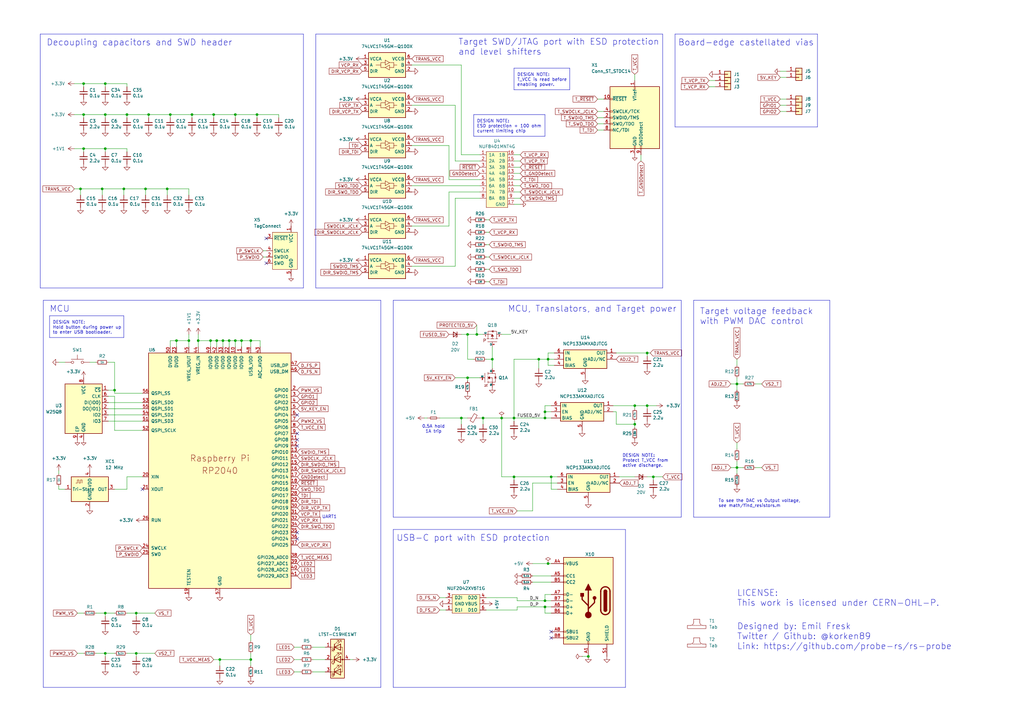
<source format=kicad_sch>
(kicad_sch (version 20231120) (generator "eeschema") (generator_version "8.0")
  (paper "A3")
  (title_block (title "The Rusty Probe") (date "2022-11-28") (rev "A"))
  (junction (at 78.74 46.99))
  (junction (at 220.98 147.32))
  (junction (at 33.02 77.47))
  (junction (at 52.07 46.99))
  (junction (at 43.18 60.96))
  (junction (at 93.98 139.7))
  (junction (at 34.29 60.96))
  (junction (at 91.44 139.7))
  (junction (at 81.28 139.7))
  (junction (at 260.35 166.37))
  (junction (at 96.52 46.99))
  (junction (at 302.26 191.77))
  (junction (at 55.88 251.46))
  (junction (at 72.39 139.7))
  (junction (at 102.87 139.7))
  (junction (at 265.43 166.37))
  (junction (at 260.35 173.99))
  (junction (at 198.12 171.45))
  (junction (at 41.91 77.47))
  (junction (at 43.18 267.97))
  (junction (at 69.85 46.99))
  (junction (at 224.79 147.32))
  (junction (at 223.52 246.38))
  (junction (at 102.87 270.51))
  (junction (at 241.3 269.24))
  (junction (at 86.36 139.7))
  (junction (at 88.9 139.7))
  (junction (at 223.52 171.45))
  (junction (at 210.82 195.58))
  (junction (at 96.52 139.7))
  (junction (at 191.77 137.16))
  (junction (at 195.58 137.16))
  (junction (at 59.69 77.47))
  (junction (at 46.99 160.02))
  (junction (at 50.8 77.47))
  (junction (at 205.74 171.45))
  (junction (at 210.82 171.45))
  (junction (at 223.52 168.91))
  (junction (at 90.17 270.51))
  (junction (at 55.88 267.97))
  (junction (at 43.18 34.29))
  (junction (at 265.43 144.78))
  (junction (at 77.47 139.7))
  (junction (at 87.63 46.99))
  (junction (at 68.58 77.47))
  (junction (at 99.06 139.7))
  (junction (at 302.26 157.48))
  (junction (at 191.77 154.94))
  (junction (at 226.06 195.58))
  (junction (at 34.29 46.99))
  (junction (at 43.18 46.99))
  (junction (at 105.41 46.99))
  (junction (at 267.97 195.58))
  (junction (at 43.18 251.46))
  (junction (at 223.52 248.92))
  (junction (at 224.79 231.14))
  (junction (at 60.96 46.99))
  (junction (at 189.23 171.45))
  (junction (at 34.29 34.29))
  (junction (at 201.93 147.32))
  (no_connect (at 226.06 261.62))
  (no_connect (at 121.92 220.98))
  (no_connect (at 121.92 180.34))
  (no_connect (at 121.92 182.88))
  (no_connect (at 109.22 107.95))
  (no_connect (at 58.42 200.66))
  (no_connect (at 121.92 218.44))
  (no_connect (at 226.06 259.08))
  (no_connect (at 121.92 170.18))
  (no_connect (at 109.22 97.79))
  (no_connect (at 121.92 177.8))
  (wire (pts (xy 168.91 26.67) (xy 189.23 26.67)))
  (wire (pts (xy 195.58 133.35) (xy 195.58 137.16)))
  (wire (pts (xy 184.15 92.71) (xy 184.15 78.74)))
  (polyline (pts (xy 20.32 129.54) (xy 50.8 129.54)))
  (wire (pts (xy 78.74 46.99) (xy 87.63 46.99)))
  (wire (pts (xy 33.02 77.47) (xy 33.02 80.01)))
  (wire (pts (xy 226.06 251.46) (xy 223.52 251.46)))
  (wire (pts (xy 44.45 160.02) (xy 46.99 160.02)))
  (wire (pts (xy 196.85 66.04) (xy 186.69 66.04)))
  (wire (pts (xy 44.45 172.72) (xy 58.42 172.72)))
  (wire (pts (xy 77.47 139.7) (xy 77.47 142.24)))
  (wire (pts (xy 34.29 34.29) (xy 43.18 34.29)))
  (wire (pts (xy 55.88 267.97) (xy 55.88 269.24)))
  (wire (pts (xy 205.74 137.16) (xy 209.55 137.16)))
  (wire (pts (xy 302.26 157.48) (xy 302.26 160.02)))
  (wire (pts (xy 260.35 166.37) (xy 265.43 166.37)))
  (polyline (pts (xy 223.52 55.88) (xy 194.31 55.88)))
  (wire (pts (xy 312.42 191.77) (xy 309.88 191.77)))
  (wire (pts (xy 96.52 46.99) (xy 105.41 46.99)))
  (wire (pts (xy 180.34 245.11) (xy 182.88 245.11)))
  (wire (pts (xy 50.8 77.47) (xy 59.69 77.47)))
  (wire (pts (xy 93.98 139.7) (xy 96.52 139.7)))
  (wire (pts (xy 210.82 171.45) (xy 210.82 172.72)))
  (wire (pts (xy 220.98 147.32) (xy 220.98 151.13)))
  (polyline (pts (xy 256.54 217.17) (xy 256.54 281.94)))
  (wire (pts (xy 46.99 161.29) (xy 58.42 161.29)))
  (polyline (pts (xy 271.78 118.11) (xy 129.54 118.11)))
  (wire (pts (xy 198.12 171.45) (xy 205.74 171.45)))
  (wire (pts (xy 96.52 46.99) (xy 96.52 48.26)))
  (wire (pts (xy 260.35 30.48) (xy 260.35 33.02)))
  (polyline (pts (xy 340.36 212.09) (xy 340.36 123.19)))
  (wire (pts (xy 60.96 46.99) (xy 69.85 46.99)))
  (wire (pts (xy 106.68 139.7) (xy 106.68 142.24)))
  (wire (pts (xy 41.91 77.47) (xy 41.91 80.01)))
  (wire (pts (xy 226.06 168.91) (xy 223.52 168.91)))
  (wire (pts (xy 227.33 149.86) (xy 224.79 149.86)))
  (wire (pts (xy 199.39 147.32) (xy 201.93 147.32)))
  (wire (pts (xy 168.91 59.69) (xy 184.15 59.69)))
  (wire (pts (xy 26.67 148.59) (xy 24.13 148.59)))
  (wire (pts (xy 252.73 173.99) (xy 260.35 173.99)))
  (wire (pts (xy 44.45 165.1) (xy 58.42 165.1)))
  (polyline (pts (xy 233.68 36.83) (xy 210.82 36.83)))
  (wire (pts (xy 226.06 248.92) (xy 223.52 248.92)))
  (wire (pts (xy 320.04 45.72) (xy 322.58 45.72)))
  (wire (pts (xy 200.66 105.41) (xy 199.39 105.41)))
  (wire (pts (xy 55.88 251.46) (xy 55.88 252.73)))
  (wire (pts (xy 86.36 139.7) (xy 86.36 142.24)))
  (polyline (pts (xy 335.28 13.97) (xy 335.28 52.07)))
  (wire (pts (xy 189.23 26.67) (xy 189.23 63.5)))
  (wire (pts (xy 194.31 147.32) (xy 191.77 147.32)))
  (wire (pts (xy 30.48 77.47) (xy 33.02 77.47)))
  (wire (pts (xy 302.26 157.48) (xy 304.8 157.48)))
  (wire (pts (xy 210.82 71.12) (xy 213.36 71.12)))
  (wire (pts (xy 43.18 267.97) (xy 46.99 267.97)))
  (wire (pts (xy 251.46 168.91) (xy 252.73 168.91)))
  (polyline (pts (xy 210.82 36.83) (xy 210.82 27.94)))
  (wire (pts (xy 299.72 191.77) (xy 302.26 191.77)))
  (wire (pts (xy 107.95 105.41) (xy 109.22 105.41)))
  (polyline (pts (xy 161.29 281.94) (xy 161.29 217.17)))
  (wire (pts (xy 210.82 76.2) (xy 213.36 76.2)))
  (wire (pts (xy 43.18 251.46) (xy 43.18 252.73)))
  (wire (pts (xy 168.91 76.2) (xy 196.85 76.2)))
  (wire (pts (xy 210.82 78.74) (xy 213.36 78.74)))
  (wire (pts (xy 205.74 171.45) (xy 210.82 171.45)))
  (wire (pts (xy 46.99 162.56) (xy 44.45 162.56)))
  (wire (pts (xy 238.76 269.24) (xy 241.3 269.24)))
  (wire (pts (xy 267.97 195.58) (xy 267.97 196.85)))
  (polyline (pts (xy 16.51 118.11) (xy 16.51 13.97)))
  (wire (pts (xy 196.85 171.45) (xy 198.12 171.45)))
  (polyline (pts (xy 124.46 118.11) (xy 16.51 118.11)))
  (polyline (pts (xy 194.31 46.99) (xy 223.52 46.99)))
  (wire (pts (xy 59.69 77.47) (xy 68.58 77.47)))
  (wire (pts (xy 200.66 115.57) (xy 199.39 115.57)))
  (wire (pts (xy 320.04 31.75) (xy 322.58 31.75)))
  (wire (pts (xy 52.07 251.46) (xy 55.88 251.46)))
  (wire (pts (xy 43.18 267.97) (xy 43.18 269.24)))
  (wire (pts (xy 81.28 139.7) (xy 86.36 139.7)))
  (wire (pts (xy 55.88 267.97) (xy 63.5 267.97)))
  (wire (pts (xy 186.69 154.94) (xy 191.77 154.94)))
  (wire (pts (xy 59.69 77.47) (xy 59.69 80.01)))
  (wire (pts (xy 210.82 195.58) (xy 210.82 196.85)))
  (wire (pts (xy 199.39 250.19) (xy 212.09 250.19)))
  (wire (pts (xy 88.9 139.7) (xy 91.44 139.7)))
  (polyline (pts (xy 335.28 52.07) (xy 276.86 52.07)))
  (wire (pts (xy 46.99 160.02) (xy 46.99 161.29)))
  (wire (pts (xy 96.52 139.7) (xy 99.06 139.7)))
  (wire (pts (xy 31.75 267.97) (xy 34.29 267.97)))
  (wire (pts (xy 201.93 142.24) (xy 201.93 147.32)))
  (wire (pts (xy 55.88 251.46) (xy 63.5 251.46)))
  (wire (pts (xy 290.83 35.56) (xy 293.37 35.56)))
  (wire (pts (xy 31.75 251.46) (xy 34.29 251.46)))
  (wire (pts (xy 200.66 100.33) (xy 199.39 100.33)))
  (wire (pts (xy 213.36 73.66) (xy 210.82 73.66)))
  (wire (pts (xy 252.73 144.78) (xy 265.43 144.78)))
  (wire (pts (xy 34.29 60.96) (xy 34.29 62.23)))
  (polyline (pts (xy 276.86 52.07) (xy 276.86 13.97)))
  (polyline (pts (xy 156.21 123.19) (xy 156.21 281.94)))
  (wire (pts (xy 189.23 137.16) (xy 191.77 137.16)))
  (wire (pts (xy 105.41 46.99) (xy 114.3 46.99)))
  (polyline (pts (xy 16.51 13.97) (xy 124.46 13.97)))
  (wire (pts (xy 91.44 139.7) (xy 93.98 139.7)))
  (wire (pts (xy 224.79 147.32) (xy 220.98 147.32)))
  (polyline (pts (xy 279.4 123.19) (xy 279.4 212.09)))
  (wire (pts (xy 30.48 46.99) (xy 34.29 46.99)))
  (polyline (pts (xy 233.68 27.94) (xy 233.68 36.83)))
  (wire (pts (xy 320.04 40.64) (xy 322.58 40.64)))
  (wire (pts (xy 186.69 109.22) (xy 186.69 81.28)))
  (polyline (pts (xy 161.29 217.17) (xy 256.54 217.17)))
  (wire (pts (xy 299.72 157.48) (xy 302.26 157.48)))
  (wire (pts (xy 210.82 171.45) (xy 223.52 171.45)))
  (wire (pts (xy 212.09 248.92) (xy 223.52 248.92)))
  (wire (pts (xy 26.67 200.66) (xy 24.13 200.66)))
  (wire (pts (xy 213.36 83.82) (xy 210.82 83.82)))
  (wire (pts (xy 34.29 46.99) (xy 34.29 48.26)))
  (wire (pts (xy 114.3 46.99) (xy 114.3 48.26)))
  (polyline (pts (xy 17.78 281.94) (xy 17.78 123.19)))
  (wire (pts (xy 44.45 148.59) (xy 46.99 148.59)))
  (wire (pts (xy 52.07 267.97) (xy 55.88 267.97)))
  (wire (pts (xy 50.8 77.47) (xy 50.8 80.01)))
  (wire (pts (xy 212.09 245.11) (xy 212.09 246.38)))
  (wire (pts (xy 46.99 176.53) (xy 46.99 162.56)))
  (wire (pts (xy 133.35 275.59) (xy 128.27 275.59)))
  (wire (pts (xy 220.98 147.32) (xy 210.82 147.32)))
  (wire (pts (xy 60.96 46.99) (xy 60.96 48.26)))
  (wire (pts (xy 223.52 243.84) (xy 223.52 246.38)))
  (wire (pts (xy 224.79 144.78) (xy 227.33 144.78)))
  (wire (pts (xy 191.77 147.32) (xy 191.77 137.16)))
  (wire (pts (xy 223.52 251.46) (xy 223.52 248.92)))
  (polyline (pts (xy 223.52 46.99) (xy 223.52 55.88)))
  (wire (pts (xy 226.06 200.66) (xy 226.06 195.58)))
  (wire (pts (xy 210.82 81.28) (xy 213.36 81.28)))
  (polyline (pts (xy 50.8 129.54) (xy 50.8 138.43)))
  (wire (pts (xy 34.29 46.99) (xy 43.18 46.99)))
  (wire (pts (xy 302.26 191.77) (xy 304.8 191.77)))
  (wire (pts (xy 245.11 45.72) (xy 247.65 45.72)))
  (wire (pts (xy 205.74 171.45) (xy 205.74 195.58)))
  (wire (pts (xy 200.66 90.17) (xy 199.39 90.17)))
  (wire (pts (xy 228.6 200.66) (xy 226.06 200.66)))
  (wire (pts (xy 189.23 171.45) (xy 191.77 171.45)))
  (wire (pts (xy 252.73 168.91) (xy 252.73 173.99)))
  (wire (pts (xy 72.39 139.7) (xy 72.39 142.24)))
  (wire (pts (xy 77.47 139.7) (xy 72.39 139.7)))
  (wire (pts (xy 72.39 139.7) (xy 69.85 139.7)))
  (polyline (pts (xy 156.21 281.94) (xy 17.78 281.94)))
  (wire (pts (xy 120.65 265.43) (xy 123.19 265.43)))
  (wire (pts (xy 224.79 147.32) (xy 224.79 144.78)))
  (wire (pts (xy 44.45 167.64) (xy 58.42 167.64)))
  (wire (pts (xy 96.52 139.7) (xy 96.52 142.24)))
  (wire (pts (xy 87.63 46.99) (xy 96.52 46.99)))
  (wire (pts (xy 180.34 171.45) (xy 189.23 171.45)))
  (wire (pts (xy 191.77 154.94) (xy 191.77 156.21)))
  (polyline (pts (xy 17.78 123.19) (xy 156.21 123.19)))
  (wire (pts (xy 265.43 195.58) (xy 267.97 195.58)))
  (wire (pts (xy 78.74 46.99) (xy 78.74 48.26)))
  (wire (pts (xy 213.36 66.04) (xy 210.82 66.04)))
  (wire (pts (xy 180.34 250.19) (xy 182.88 250.19)))
  (wire (pts (xy 302.26 147.32) (xy 302.26 149.86)))
  (wire (pts (xy 245.11 48.26) (xy 247.65 48.26)))
  (wire (pts (xy 34.29 35.56) (xy 34.29 34.29)))
  (wire (pts (xy 223.52 166.37) (xy 226.06 166.37)))
  (wire (pts (xy 226.06 195.58) (xy 228.6 195.58)))
  (wire (pts (xy 168.91 92.71) (xy 184.15 92.71)))
  (wire (pts (xy 186.69 66.04) (xy 186.69 43.18)))
  (wire (pts (xy 168.91 109.22) (xy 186.69 109.22)))
  (wire (pts (xy 254 195.58) (xy 260.35 195.58)))
  (wire (pts (xy 24.13 200.66) (xy 24.13 199.39)))
  (wire (pts (xy 265.43 166.37) (xy 265.43 167.64)))
  (wire (pts (xy 224.79 149.86) (xy 224.79 147.32)))
  (wire (pts (xy 88.9 139.7) (xy 88.9 142.24)))
  (wire (pts (xy 43.18 34.29) (xy 43.18 35.56)))
  (wire (pts (xy 302.26 181.61) (xy 302.26 184.15)))
  (wire (pts (xy 128.27 270.51) (xy 133.35 270.51)))
  (wire (pts (xy 58.42 176.53) (xy 46.99 176.53)))
  (wire (pts (xy 69.85 46.99) (xy 69.85 48.26)))
  (wire (pts (xy 43.18 60.96) (xy 43.18 62.23)))
  (wire (pts (xy 267.97 195.58) (xy 271.78 195.58)))
  (wire (pts (xy 223.52 168.91) (xy 223.52 166.37)))
  (wire (pts (xy 260.35 173.99) (xy 260.35 175.26)))
  (polyline (pts (xy 271.78 13.97) (xy 271.78 118.11)))
  (wire (pts (xy 265.43 166.37) (xy 269.24 166.37)))
  (wire (pts (xy 186.69 81.28) (xy 196.85 81.28)))
  (wire (pts (xy 46.99 148.59) (xy 46.99 160.02)))
  (polyline (pts (xy 284.48 123.19) (xy 284.48 212.09)))
  (wire (pts (xy 191.77 154.94) (xy 196.85 154.94)))
  (wire (pts (xy 30.48 60.96) (xy 34.29 60.96)))
  (wire (pts (xy 223.52 171.45) (xy 223.52 168.91)))
  (wire (pts (xy 46.99 200.66) (xy 52.07 200.66)))
  (polyline (pts (xy 129.54 118.11) (xy 129.54 13.97)))
  (wire (pts (xy 226.06 171.45) (xy 223.52 171.45)))
  (wire (pts (xy 93.98 139.7) (xy 93.98 142.24)))
  (wire (pts (xy 189.23 171.45) (xy 189.23 173.99)))
  (wire (pts (xy 90.17 270.51) (xy 87.63 270.51)))
  (wire (pts (xy 218.44 236.22) (xy 226.06 236.22)))
  (wire (pts (xy 195.58 137.16) (xy 198.12 137.16)))
  (wire (pts (xy 102.87 270.51) (xy 102.87 267.97)))
  (wire (pts (xy 87.63 46.99) (xy 87.63 48.26)))
  (wire (pts (xy 43.18 251.46) (xy 46.99 251.46)))
  (wire (pts (xy 43.18 34.29) (xy 52.07 34.29)))
  (polyline (pts (xy 210.82 27.94) (xy 233.68 27.94)))
  (polyline (pts (xy 161.29 212.09) (xy 161.29 123.19)))
  (wire (pts (xy 205.74 195.58) (xy 210.82 195.58)))
  (wire (pts (xy 43.18 60.96) (xy 52.07 60.96)))
  (polyline (pts (xy 279.4 212.09) (xy 161.29 212.09)))
  (wire (pts (xy 210.82 68.58) (xy 213.36 68.58)))
  (wire (pts (xy 260.35 172.72) (xy 260.35 173.99)))
  (polyline (pts (xy 124.46 13.97) (xy 124.46 118.11)))
  (wire (pts (xy 312.42 157.48) (xy 309.88 157.48)))
  (wire (pts (xy 39.37 267.97) (xy 43.18 267.97)))
  (wire (pts (xy 52.07 46.99) (xy 60.96 46.99)))
  (wire (pts (xy 102.87 139.7) (xy 102.87 142.24)))
  (wire (pts (xy 212.09 248.92) (xy 212.09 250.19)))
  (wire (pts (xy 210.82 147.32) (xy 210.82 171.45)))
  (wire (pts (xy 52.07 200.66) (xy 52.07 195.58)))
  (wire (pts (xy 34.29 60.96) (xy 43.18 60.96)))
  (wire (pts (xy 77.47 137.16) (xy 77.47 139.7)))
  (polyline (pts (xy 284.48 212.09) (xy 340.36 212.09)))
  (wire (pts (xy 68.58 77.47) (xy 77.47 77.47)))
  (polyline (pts (xy 20.32 138.43) (xy 20.32 129.54)))
  (wire (pts (xy 41.91 77.47) (xy 50.8 77.47)))
  (wire (pts (xy 201.93 147.32) (xy 201.93 151.13)))
  (wire (pts (xy 44.45 170.18) (xy 58.42 170.18)))
  (wire (pts (xy 184.15 59.69) (xy 184.15 73.66)))
  (wire (pts (xy 186.69 43.18) (xy 168.91 43.18)))
  (wire (pts (xy 102.87 273.05) (xy 102.87 270.51)))
  (polyline (pts (xy 276.86 13.97) (xy 335.28 13.97)))
  (wire (pts (xy 30.48 34.29) (xy 34.29 34.29)))
  (wire (pts (xy 251.46 166.37) (xy 260.35 166.37)))
  (wire (pts (xy 200.66 95.25) (xy 199.39 95.25)))
  (wire (pts (xy 265.43 144.78) (xy 266.7 144.78)))
  (wire (pts (xy 52.07 195.58) (xy 58.42 195.58)))
  (wire (pts (xy 52.07 46.99) (xy 52.07 48.26)))
  (wire (pts (xy 24.13 193.04) (xy 24.13 194.31)))
  (wire (pts (xy 218.44 209.55) (xy 212.09 209.55)))
  (wire (pts (xy 175.26 171.45) (xy 173.99 171.45)))
  (polyline (pts (xy 161.29 123.19) (xy 279.4 123.19)))
  (wire (pts (xy 123.19 270.51) (xy 120.65 270.51)))
  (wire (pts (xy 212.09 246.38) (xy 223.52 246.38)))
  (wire (pts (xy 86.36 139.7) (xy 88.9 139.7)))
  (wire (pts (xy 43.18 46.99) (xy 52.07 46.99)))
  (polyline (pts (xy 194.31 55.88) (xy 194.31 46.99)))
  (polyline (pts (xy 129.54 13.97) (xy 271.78 13.97)))
  (wire (pts (xy 102.87 260.35) (xy 102.87 262.89)))
  (wire (pts (xy 302.26 189.23) (xy 302.26 191.77)))
  (wire (pts (xy 52.07 34.29) (xy 52.07 35.56)))
  (polyline (pts (xy 340.36 123.19) (xy 284.48 123.19)))
  (wire (pts (xy 224.79 231.14) (xy 218.44 231.14)))
  (wire (pts (xy 320.04 29.21) (xy 322.58 29.21)))
  (wire (pts (xy 218.44 198.12) (xy 228.6 198.12)))
  (wire (pts (xy 184.15 78.74) (xy 196.85 78.74)))
  (wire (pts (xy 210.82 63.5) (xy 213.36 63.5)))
  (wire (pts (xy 69.85 139.7) (xy 69.85 142.24)))
  (wire (pts (xy 90.17 270.51) (xy 90.17 273.05)))
  (wire (pts (xy 43.18 46.99) (xy 43.18 48.26)))
  (wire (pts (xy 102.87 270.51) (xy 90.17 270.51)))
  (wire (pts (xy 191.77 137.16) (xy 195.58 137.16)))
  (wire (pts (xy 302.26 191.77) (xy 302.26 194.31)))
  (wire (pts (xy 245.11 40.64) (xy 247.65 40.64)))
  (wire (pts (xy 69.85 46.99) (xy 78.74 46.99)))
  (wire (pts (xy 81.28 139.7) (xy 81.28 142.24)))
  (wire (pts (xy 107.95 102.87) (xy 109.22 102.87)))
  (wire (pts (xy 290.83 33.02) (xy 293.37 33.02)))
  (wire (pts (xy 68.58 77.47) (xy 68.58 80.01)))
  (wire (pts (xy 128.27 265.43) (xy 133.35 265.43)))
  (wire (pts (xy 245.11 53.34) (xy 247.65 53.34)))
  (wire (pts (xy 265.43 144.78) (xy 265.43 146.05)))
  (wire (pts (xy 120.65 275.59) (xy 123.19 275.59)))
  (wire (pts (xy 226.06 231.14) (xy 224.79 231.14)))
  (wire (pts (xy 226.06 238.76) (xy 218.44 238.76)))
  (wire (pts (xy 200.66 110.49) (xy 199.39 110.49)))
  (wire (pts (xy 320.04 43.18) (xy 322.58 43.18)))
  (wire (pts (xy 52.07 60.96) (xy 52.07 62.23)))
  (wire (pts (xy 77.47 77.47) (xy 77.47 80.01)))
  (wire (pts (xy 224.79 147.32) (xy 227.33 147.32)))
  (wire (pts (xy 245.11 50.8) (xy 247.65 50.8)))
  (wire (pts (xy 81.28 137.16) (xy 81.28 139.7)))
  (wire (pts (xy 189.23 63.5) (xy 196.85 63.5)))
  (wire (pts (xy 36.83 148.59) (xy 39.37 148.59)))
  (wire (pts (xy 210.82 195.58) (xy 226.06 195.58)))
  (wire (pts (xy 102.87 139.7) (xy 106.68 139.7)))
  (wire (pts (xy 198.12 171.45) (xy 198.12 173.99)))
  (polyline (pts (xy 256.54 281.94) (xy 161.29 281.94)))
  (wire (pts (xy 33.02 77.47) (xy 41.91 77.47)))
  (wire (pts (xy 39.37 251.46) (xy 43.18 251.46)))
  (wire (pts (xy 99.06 139.7) (xy 99.06 142.24)))
  (wire (pts (xy 262.89 66.04) (xy 262.89 63.5)))
  (wire (pts (xy 91.44 139.7) (xy 91.44 142.24)))
  (wire (pts (xy 223.52 246.38) (xy 226.06 246.38)))
  (wire (pts (xy 143.51 270.51) (xy 144.78 270.51)))
  (wire (pts (xy 226.06 243.84) (xy 223.52 243.84)))
  (polyline (pts (xy 50.8 138.43) (xy 20.32 138.43)))
  (wire (pts (xy 184.15 73.66) (xy 196.85 73.66)))
  (wire (pts (xy 218.44 198.12) (xy 218.44 209.55)))
  (wire (pts (xy 105.41 46.99) (xy 105.41 48.26)))
  (wire (pts (xy 199.39 245.11) (xy 212.09 245.11)))
  (wire (pts (xy 302.26 154.94) (xy 302.26 157.48)))
  (wire (pts (xy 99.06 139.7) (xy 102.87 139.7)))
  (wire (pts (xy 260.35 166.37) (xy 260.35 167.64)))
  (text "Designed by: Emil Fresk\nTwitter / Github: @korken89\nLink: https://github.com/probe-rs/rs-probe" (at 302.26 266.7 0) (effects (font (size 2.54 2.54)) (justify left bottom)))
  (text "Target SWD/JTAG port with ESD protection\nand level shifters" (at 187.96 22.86 0) (effects (font (size 2.54 2.54)) (justify left bottom)))
  (text "Target voltage feedback \nwith PWM DAC control" (at 287.02 133.35 0) (effects (font (size 2.54 2.54)) (justify left bottom)))
  (text "To see the DAC vs Output voltage, \nsee math/find_resistors.m" (at 294.64 208.28 0) (effects (font (size 1.27 1.27)) (justify left bottom)))
  (text "USB-C port with ESD protection" (at 162.56 222.25 0) (effects (font (size 2.54 2.54)) (justify left bottom)))
  (text "DESIGN NOTE:\nT_VCC is read before \nenabling power." (at 212.09 35.56 0) (effects (font (size 1.27 1.27)) (justify left bottom)))
  (text "Board-edge castellated vias" (at 278.13 19.05 0) (effects (font (size 2.54 2.54)) (justify left bottom)))
  (text "DESIGN NOTE:\nESD protection + 100 ohm \ncurrent limiting chip" (at 195.58 54.61 0) (effects (font (size 1.27 1.27)) (justify left bottom)))
  (text "Decoupling capacitors and SWD header" (at 19.05 19.05 0) (effects (font (size 2.54 2.54)) (justify left bottom)))
  (text "MCU" (at 20.32 128.27 0) (effects (font (size 2.54 2.54)) (justify left bottom)))
  (text "0.5A hold\n1A trip" (at 177.8 177.8 0) (effects (font (size 1.27 1.27)) (justify bottom)))
  (text "MCU, Translators, and Target power" (at 208.28 128.27 0) (effects (font (size 2.54 2.54)) (justify left bottom)))
  (text "DESIGN NOTE:\nProtect T_VCC from \nactive discharge." (at 255.27 191.77 0) (effects (font (size 1.27 1.27)) (justify left bottom)))
  (text "DESIGN NOTE:\nHold button during power up\nto enter USB bootloader." (at 21.59 137.16 0) (effects (font (size 1.27 1.27)) (justify left bottom)))
  (text "UART1" (at 132.08 212.09 0) (effects (font (size 1.27 1.27)) (justify left)))
  (text "LICENSE:\nThis work is licensed under CERN-OHL-P." (at 302.26 248.92 0) (effects (font (size 2.54 2.54)) (justify left bottom)))
  (label "FUSED_5V" (at 212.09 171.45 0))
  (label "D_P" (at 220.98 248.92 180))
  (label "D_N" (at 220.98 246.38 180))
  (label "5V_KEY" (at 209.55 137.16 0))
  (global_label "T_VCP_RX" (shape input) (at 290.83 35.56 180) (property "Intersheetrefs" "${INTERSHEET_REFS}" (effects (hide yes))))
  (global_label "DIR_TDI" (shape input) (at 121.92 205.74 0) (property "Intersheetrefs" "${INTERSHEET_REFS}" (effects (hide yes))))
  (global_label "PWM_VS" (shape input) (at 121.92 160.02 0) (property "Intersheetrefs" "${INTERSHEET_REFS}" (effects (hide yes))))
  (global_label "T_VCC" (shape input) (at 260.35 30.48 90) (property "Intersheetrefs" "${INTERSHEET_REFS}" (effects (hide yes))))
  (global_label "P_SWCLK" (shape input) (at 58.42 224.79 180) (property "Intersheetrefs" "${INTERSHEET_REFS}" (effects (hide yes))))
  (global_label "VCP_RX" (shape input) (at 148.59 26.67 180) (property "Intersheetrefs" "${INTERSHEET_REFS}" (effects (hide yes))))
  (global_label "T_TDI" (shape input) (at 200.66 115.57 0) (property "Intersheetrefs" "${INTERSHEET_REFS}" (effects (hide yes))))
  (global_label "T_SWO_TDO" (shape input) (at 245.11 50.8 180) (property "Intersheetrefs" "${INTERSHEET_REFS}" (effects (hide yes))))
  (global_label "TRANS_VCC" (shape input) (at 168.91 24.13 0) (property "Intersheetrefs" "${INTERSHEET_REFS}" (effects (hide yes))))
  (global_label "D_FS_P" (shape input) (at 180.34 250.19 180) (property "Intersheetrefs" "${INTERSHEET_REFS}" (effects (hide yes))))
  (global_label "SWDIO_TMS" (shape input) (at 148.59 109.22 180) (property "Intersheetrefs" "${INTERSHEET_REFS}" (effects (hide yes))))
  (global_label "DIR_VCP_TX" (shape input) (at 148.59 45.72 180) (property "Intersheetrefs" "${INTERSHEET_REFS}" (effects (hide yes))))
  (global_label "VCP_TX" (shape input) (at 148.59 43.18 180) (property "Intersheetrefs" "${INTERSHEET_REFS}" (effects (hide yes))))
  (global_label "T_VCP_RX" (shape input) (at 200.66 95.25 0) (property "Intersheetrefs" "${INTERSHEET_REFS}" (effects (hide yes))))
  (global_label "T_VCC" (shape input) (at 320.04 40.64 180) (property "Intersheetrefs" "${INTERSHEET_REFS}" (effects (hide yes))))
  (global_label "FUSED_5V" (shape input) (at 184.15 137.16 180) (property "Intersheetrefs" "${INTERSHEET_REFS}" (effects (hide yes))))
  (global_label "PWM2_VS" (shape input) (at 31.75 267.97 180) (property "Intersheetrefs" "${INTERSHEET_REFS}" (effects (hide yes))))
  (global_label "DIR_VCP_TX" (shape input) (at 121.92 208.28 0) (property "Intersheetrefs" "${INTERSHEET_REFS}" (effects (hide yes))))
  (global_label "T_SWDCLK_JCLK" (shape input) (at 200.66 105.41 0) (property "Intersheetrefs" "${INTERSHEET_REFS}" (effects (hide yes))))
  (global_label "PWM_VS" (shape input) (at 31.75 251.46 180) (property "Intersheetrefs" "${INTERSHEET_REFS}" (effects (hide yes))))
  (global_label "SWDIO_TMS" (shape input) (at 121.92 185.42 0) (property "Intersheetrefs" "${INTERSHEET_REFS}" (effects (hide yes))))
  (global_label "T_VCC_MEAS" (shape input) (at 87.63 270.51 180) (property "Intersheetrefs" "${INTERSHEET_REFS}" (effects (hide yes))))
  (global_label "ADJ2_T" (shape input) (at 252.73 147.32 0) (property "Intersheetrefs" "${INTERSHEET_REFS}" (effects (hide yes))))
  (global_label "VS2_T" (shape input) (at 312.42 157.48 0) (property "Intersheetrefs" "${INTERSHEET_REFS}" (effects (hide yes))))
  (global_label "ADJ_T" (shape input) (at 299.72 191.77 180) (property "Intersheetrefs" "${INTERSHEET_REFS}" (effects (hide yes))))
  (global_label "LED2" (shape input) (at 121.92 231.14 0) (property "Intersheetrefs" "${INTERSHEET_REFS}" (effects (hide yes))))
  (global_label "DIR_SWO_TDO" (shape input) (at 121.92 215.9 0) (property "Intersheetrefs" "${INTERSHEET_REFS}" (effects (hide yes))))
  (global_label "P_SWCLK" (shape input) (at 107.95 102.87 180) (property "Intersheetrefs" "${INTERSHEET_REFS}" (effects (hide yes))))
  (global_label "GPIO1" (shape input) (at 121.92 162.56 0) (property "Intersheetrefs" "${INTERSHEET_REFS}" (effects (hide yes))))
  (global_label "TDI" (shape input) (at 148.59 59.69 180) (property "Intersheetrefs" "${INTERSHEET_REFS}" (effects (hide yes))))
  (global_label "TRANS_VCC" (shape input) (at 30.48 77.47 180) (property "Intersheetrefs" "${INTERSHEET_REFS}" (effects (hide yes))))
  (global_label "PWM2_VS" (shape input) (at 121.92 172.72 0) (property "Intersheetrefs" "${INTERSHEET_REFS}" (effects (hide yes))))
  (global_label "TRANS_VCC" (shape input) (at 168.91 90.17 0) (property "Intersheetrefs" "${INTERSHEET_REFS}" (effects (hide yes))))
  (global_label "DIR_TDI" (shape input) (at 148.59 62.23 180) (property "Intersheetrefs" "${INTERSHEET_REFS}" (effects (hide yes))))
  (global_label "T_GNDDetect" (shape input) (at 262.89 66.04 270) (property "Intersheetrefs" "${INTERSHEET_REFS}" (effects (hide yes))))
  (global_label "T_SWDIO_TMS" (shape input) (at 213.36 81.28 0) (property "Intersheetrefs" "${INTERSHEET_REFS}" (effects (hide yes))))
  (global_label "VCP_RX" (shape input) (at 121.92 213.36 0) (property "Intersheetrefs" "${INTERSHEET_REFS}" (effects (hide yes))))
  (global_label "T_~{RESET}" (shape input) (at 245.11 40.64 180) (property "Intersheetrefs" "${INTERSHEET_REFS}" (effects (hide yes))))
  (global_label "T_VCC" (shape input) (at 102.87 260.35 90) (property "Intersheetrefs" "${INTERSHEET_REFS}" (effects (hide yes))))
  (global_label "TRANS_VCC" (shape input) (at 168.91 73.66 0) (property "Intersheetrefs" "${INTERSHEET_REFS}" (effects (hide yes))))
  (global_label "T_VCC_EN" (shape input) (at 121.92 175.26 0) (property "Intersheetrefs" "${INTERSHEET_REFS}" (effects (hide yes))))
  (global_label "TRANS_VCC" (shape input) (at 168.91 40.64 0) (property "Intersheetrefs" "${INTERSHEET_REFS}" (effects (hide yes))))
  (global_label "TRANS_VCC" (shape input) (at 302.26 147.32 90) (property "Intersheetrefs" "${INTERSHEET_REFS}" (effects (hide yes))))
  (global_label "TRANS_VCC" (shape input) (at 266.7 144.78 0) (property "Intersheetrefs" "${INTERSHEET_REFS}" (effects (hide yes))))
  (global_label "T_VCP_TX" (shape input) (at 290.83 33.02 180) (property "Intersheetrefs" "${INTERSHEET_REFS}" (effects (hide yes))))
  (global_label "PROTECTED_5V" (shape input) (at 195.58 133.35 180) (property "Intersheetrefs" "${INTERSHEET_REFS}" (effects (hide yes))))
  (global_label "T_VCC_MEAS" (shape input) (at 121.92 228.6 0) (property "Intersheetrefs" "${INTERSHEET_REFS}" (effects (hide yes))))
  (global_label "SWDCLK_JCLK" (shape input) (at 148.59 92.71 180) (property "Intersheetrefs" "${INTERSHEET_REFS}" (effects (hide yes))))
  (global_label "GPIO2" (shape input) (at 121.92 165.1 0) (property "Intersheetrefs" "${INTERSHEET_REFS}" (effects (hide yes))))
  (global_label "VS2_T" (shape input) (at 63.5 267.97 0) (property "Intersheetrefs" "${INTERSHEET_REFS}" (effects (hide yes))))
  (global_label "DIR_SWDIO_TMS" (shape input) (at 148.59 111.76 180) (property "Intersheetrefs" "${INTERSHEET_REFS}" (effects (hide yes))))
  (global_label "T_GNDDetect" (shape input) (at 213.36 71.12 0) (property "Intersheetrefs" "${INTERSHEET_REFS}" (effects (hide yes))))
  (global_label "T_VCC" (shape input) (at 271.78 195.58 0) (property "Intersheetrefs" "${INTERSHEET_REFS}" (effects (hide yes))))
  (global_label "D_FS_P" (shape input) (at 121.92 149.86 0) (property "Intersheetrefs" "${INTERSHEET_REFS}" (effects (hide yes))))
  (global_label "ADJ_T" (shape input) (at 254 198.12 0) (property "Intersheetrefs" "${INTERSHEET_REFS}" (effects (hide yes))))
  (global_label "TDI" (shape input) (at 121.92 203.2 0) (property "Intersheetrefs" "${INTERSHEET_REFS}" (effects (hide yes))))
  (global_label "T_VCP_TX" (shape input) (at 213.36 66.04 0) (property "Intersheetrefs" "${INTERSHEET_REFS}" (effects (hide yes))))
  (global_label "~{RESET}" (shape input) (at 121.92 198.12 0) (property "Intersheetrefs" "${INTERSHEET_REFS}" (effects (hide yes))))
  (global_label "5V_KEY_EN" (shape input) (at 121.92 167.64 0) (property "Intersheetrefs" "${INTERSHEET_REFS}" (effects (hide yes))))
  (global_label "T_TDI" (shape input) (at 245.11 53.34 180) (property "Intersheetrefs" "${INTERSHEET_REFS}" (effects (hide yes))))
  (global_label "VS_T" (shape input) (at 63.5 251.46 0) (property "Intersheetrefs" "${INTERSHEET_REFS}" (effects (hide yes))))
  (global_label "P_SWDIO" (shape input) (at 58.42 227.33 180) (property "Intersheetrefs" "${INTERSHEET_REFS}" (effects (hide yes))))
  (global_label "5V_KEY_EN" (shape input) (at 186.69 154.94 180) (property "Intersheetrefs" "${INTERSHEET_REFS}" (effects (hide yes))))
  (global_label "SWO_TDO" (shape input) (at 121.92 200.66 0) (property "Intersheetrefs" "${INTERSHEET_REFS}" (effects (hide yes))))
  (global_label "VS_T" (shape input) (at 312.42 191.77 0) (property "Intersheetrefs" "${INTERSHEET_REFS}" (effects (hide yes))))
  (global_label "P_SWDIO" (shape input) (at 107.95 105.41 180) (property "Intersheetrefs" "${INTERSHEET_REFS}" (effects (hide yes))))
  (global_label "T_SWDIO_TMS" (shape input) (at 245.11 48.26 180) (property "Intersheetrefs" "${INTERSHEET_REFS}" (effects (hide yes))))
  (global_label "T_SWDIO_TMS" (shape input) (at 200.66 100.33 0) (property "Intersheetrefs" "${INTERSHEET_REFS}" (effects (hide yes))))
  (global_label "T_~{RESET}" (shape input) (at 213.36 68.58 0) (property "Intersheetrefs" "${INTERSHEET_REFS}" (effects (hide yes))))
  (global_label "DIR_VCP_RX" (shape input) (at 148.59 29.21 180) (property "Intersheetrefs" "${INTERSHEET_REFS}" (effects (hide yes))))
  (global_label "DIR_SWDCLK_JCLK" (shape input) (at 148.59 95.25 180) (property "Intersheetrefs" "${INTERSHEET_REFS}" (effects (hide yes))))
  (global_label "DIR_VCP_RX" (shape input) (at 121.92 223.52 0) (property "Intersheetrefs" "${INTERSHEET_REFS}" (effects (hide yes))))
  (global_label "ADJ2_T" (shape input) (at 299.72 157.48 180) (property "Intersheetrefs" "${INTERSHEET_REFS}" (effects (hide yes))))
  (global_label "LED1" (shape input) (at 121.92 233.68 0) (property "Intersheetrefs" "${INTERSHEET_REFS}" (effects (hide yes))))
  (global_label "T_VCC_EN" (shape input) (at 212.09 209.55 180) (property "Intersheetrefs" "${INTERSHEET_REFS}" (effects (hide yes))))
  (global_label "GPIO1" (shape input) (at 320.04 43.18 180) (property "Intersheetrefs" "${INTERSHEET_REFS}" (effects (hide yes))))
  (global_label "T_SWDCLK_JCLK" (shape input) (at 245.11 45.72 180) (property "Intersheetrefs" "${INTERSHEET_REFS}" (effects (hide yes))))
  (global_label "T_VCP_TX" (shape input) (at 200.66 90.17 0) (property "Intersheetrefs" "${INTERSHEET_REFS}" (effects (hide yes))))
  (global_label "TRANS_VCC" (shape input) (at 168.91 106.68 0) (property "Intersheetrefs" "${INTERSHEET_REFS}" (effects (hide yes))))
  (global_label "LED2" (shape input) (at 120.65 270.51 180) (property "Intersheetrefs" "${INTERSHEET_REFS}" (effects (hide yes))))
  (global_label "LED3" (shape input) (at 120.65 275.59 180) (property "Intersheetrefs" "${INTERSHEET_REFS}" (effects (hide yes))))
  (global_label "TRANS_VCC" (shape input) (at 168.91 57.15 0) (property "Intersheetrefs" "${INTERSHEET_REFS}" (effects (hide yes))))
  (global_label "T_VCC" (shape input) (at 302.26 181.61 90) (property "Intersheetrefs" "${INTERSHEET_REFS}" (effects (hide yes))))
  (global_label "VCP_TX" (shape input) (at 121.92 210.82 0) (property "Intersheetrefs" "${INTERSHEET_REFS}" (effects (hide yes))))
  (global_label "~{RESET}" (shape input) (at 196.85 68.58 180) (property "Intersheetrefs" "${INTERSHEET_REFS}" (effects (hide yes))))
  (global_label "DIR_SWO_TDO" (shape input) (at 148.59 78.74 180) (property "Intersheetrefs" "${INTERSHEET_REFS}" (effects (hide yes))))
  (global_label "LED1" (shape input) (at 120.65 265.43 180) (property "Intersheetrefs" "${INTERSHEET_REFS}" (effects (hide yes))))
  (global_label "T_TDI" (shape input) (at 213.36 73.66 0) (property "Intersheetrefs" "${INTERSHEET_REFS}" (effects (hide yes))))
  (global_label "DIR_SWDCLK_JCLK" (shape input) (at 121.92 193.04 0) (property "Intersheetrefs" "${INTERSHEET_REFS}" (effects (hide yes))))
  (global_label "GNDDetect" (shape input) (at 121.92 195.58 0) (property "Intersheetrefs" "${INTERSHEET_REFS}" (effects (hide yes))))
  (global_label "D_FS_N" (shape input) (at 180.34 245.11 180) (property "Intersheetrefs" "${INTERSHEET_REFS}" (effects (hide yes))))
  (global_label "T_SWO_TDO" (shape input) (at 213.36 76.2 0) (property "Intersheetrefs" "${INTERSHEET_REFS}" (effects (hide yes))))
  (global_label "DIR_SWDIO_TMS" (shape input) (at 121.92 190.5 0) (property "Intersheetrefs" "${INTERSHEET_REFS}" (effects (hide yes))))
  (global_label "GNDDetect" (shape input) (at 196.85 71.12 180) (property "Intersheetrefs" "${INTERSHEET_REFS}" (effects (hide yes))))
  (global_label "SWO_TDO" (shape input) (at 148.59 76.2 180) (property "Intersheetrefs" "${INTERSHEET_REFS}" (effects (hide yes))))
  (global_label "D_FS_N" (shape input) (at 121.92 152.4 0) (property "Intersheetrefs" "${INTERSHEET_REFS}" (effects (hide yes))))
  (global_label "T_SWDCLK_JCLK" (shape input) (at 213.36 78.74 0) (property "Intersheetrefs" "${INTERSHEET_REFS}" (effects (hide yes))))
  (global_label "LED3" (shape input) (at 121.92 236.22 0) (property "Intersheetrefs" "${INTERSHEET_REFS}" (effects (hide yes))))
  (global_label "T_VCP_RX" (shape input) (at 213.36 63.5 0) (property "Intersheetrefs" "${INTERSHEET_REFS}" (effects (hide yes))))
  (global_label "T_SWO_TDO" (shape input) (at 200.66 110.49 0) (property "Intersheetrefs" "${INTERSHEET_REFS}" (effects (hide yes))))
  (global_label "SWDCLK_JCLK" (shape input) (at 121.92 187.96 0) (property "Intersheetrefs" "${INTERSHEET_REFS}" (effects (hide yes))))
  (global_label "GPIO2" (shape input) (at 320.04 45.72 180) (property "Intersheetrefs" "${INTERSHEET_REFS}" (effects (hide yes))))
  (global_label "5V_KEY" (shape input) (at 320.04 31.75 180) (property "Intersheetrefs" "${INTERSHEET_REFS}" (effects (hide yes))))
  (symbol (lib_id "Connector:USB_C_Receptacle_USB2.0_16P") (at 241.3 246.38 0) (mirror y) (unit 1)
    (property "Reference" "X10" (at 240.03 227.33 0) (effects (justify right)))
    (property "Value" "USB_C_Receptacle_USB2.0" (effects (hide yes)))
    (property "Footprint" "connectors:USB_C_Receptacle_USB4105" (effects (hide yes)))
    (property "Datasheet" "https://www.usb.org/sites/default/files/documents/usb_type-c.zip" (effects (hide yes)))
    (property "Description" "USB 2.0-only 16P Type-C Receptacle connector" (effects (hide yes)))
    (property "MFPN" "C167321 (lcsc.com)" (effects (hide yes)))
    (property "LCSC" "C167321" (effects (hide yes)))
  )
  (symbol (lib_id "power:GND") (at 248.92 269.24 0) (unit 1)
    (property "Reference" "#PWR06" (effects (hide yes)))
    (property "Value" "GND" (effects (hide yes)))
  )
  (symbol (lib_id "power:GND") (at 241.3 269.24 0) (unit 1)
    (property "Reference" "#PWR05" (effects (hide yes)))
    (property "Value" "GND" (effects (hide yes)))
  )
  (symbol (lib_id "Device:C_Small") (at 52.07 50.8 0) (unit 1)
    (property "Reference" "C9" (at 54.4068 49.6316 0) (effects (justify left)))
    (property "Value" "0.1u" (at 54.4068 51.943 0) (effects (justify left)))
    (property "Footprint" "passive:C_0402" (effects (hide yes)))
    (property "Tolerance" "25V, X7R" (effects (hide yes)))
    (property "LCSC" "C56392" (effects (hide yes)))
  )
  (symbol (lib_id "Device:C_Small") (at 34.29 50.8 0) (unit 1)
    (property "Reference" "C3" (at 36.6268 49.6316 0) (effects (justify left)))
    (property "Value" "2.2u" (at 36.6268 51.943 0) (effects (justify left)))
    (property "Footprint" "passive:C_0402" (effects (hide yes)))
    (property "Tolerance" "10V, X5R" (effects (hide yes)))
    (property "LCSC" "C77002" (effects (hide yes)))
  )
  (symbol (lib_id "Device:LED_RGBA") (at 138.43 270.51 0) (unit 1)
    (property "Reference" "D1" (at 138.43 257.8862 0))
    (property "Value" "LTST-C19HE1WT" (at 138.43 260.1976 0))
    (property "Footprint" "LED_SMD:LED_LiteOn_LTST-C19HE1WT" (effects (hide yes)))
    (property "Datasheet" "https://optoelectronics.liteon.com/upload/download/DS22-2008-0044/LTST-C19HE1WT.pdf" (effects (hide yes)))
    (property "MFPN" "LTST-C19HE1WT or  ‎IN-S66TBTRGB‎" (effects (hide yes)))
    (property "LCSC" "C427425, C458749" (effects (hide yes)))
  )
  (symbol (lib_id "Device:C_Small") (at 265.43 170.18 0) (unit 1)
    (property "Reference" "C25" (at 267.7668 169.0116 0) (effects (justify left)))
    (property "Value" "2.2u" (at 267.7668 171.323 0) (effects (justify left)))
    (property "Footprint" "passive:C_0402" (effects (hide yes)))
    (property "Tolerance" "10V, X5R" (effects (hide yes)))
    (property "LCSC" "C77002" (effects (hide yes)))
  )
  (symbol (lib_id "Device:R_Small") (at 215.9 236.22 270) (unit 1)
    (property "Reference" "R3" (at 215.9 233.68 90))
    (property "Value" "5.1k" (at 215.9 236.22 90) (effects (font (size 0.762 0.762))))
    (property "Footprint" "passive:R_0402" (effects (hide yes)))
    (property "Tolerance" "1%" (effects (hide yes)))
    (property "LCSC" "C105872" (effects (hide yes)))
  )
  (symbol (lib_id "Device:R_Small") (at 215.9 238.76 270) (unit 1)
    (property "Reference" "R4" (at 215.9 241.4016 90))
    (property "Value" "5.1k" (at 215.9 238.76 90) (effects (font (size 0.762 0.762))))
    (property "Footprint" "passive:R_0402" (effects (hide yes)))
    (property "Tolerance" "1%" (effects (hide yes)))
    (property "LCSC" "C105872" (effects (hide yes)))
  )
  (symbol (lib_id "Device:C_Small") (at 210.82 199.39 0) (unit 1)
    (property "Reference" "C26" (at 213.1568 198.2216 0) (effects (justify left)))
    (property "Value" "2.2u" (at 213.1568 200.533 0) (effects (justify left)))
    (property "Footprint" "passive:C_0402" (effects (hide yes)))
    (property "Tolerance" "10V, X5R" (effects (hide yes)))
    (property "LCSC" "C77002" (effects (hide yes)))
  )
  (symbol (lib_id "power:GND") (at 267.97 201.93 0) (unit 1)
    (property "Reference" "#PWR035" (effects (hide yes)))
    (property "Value" "GND" (effects (hide yes)))
  )
  (symbol (lib_id "power:GND") (at 210.82 201.93 0) (unit 1)
    (property "Reference" "#PWR032" (effects (hide yes)))
    (property "Value" "GND" (effects (hide yes)))
  )
  (symbol (lib_id "Device:C_Small") (at 267.97 199.39 0) (unit 1)
    (property "Reference" "C27" (at 270.3068 198.2216 0) (effects (justify left)))
    (property "Value" "2.2u" (at 270.3068 200.533 0) (effects (justify left)))
    (property "Footprint" "passive:C_0402" (effects (hide yes)))
    (property "Tolerance" "10V, X5R" (effects (hide yes)))
    (property "LCSC" "C77002" (effects (hide yes)))
  )
  (symbol (lib_id "power:+5V") (at 218.44 231.14 90) (unit 1)
    (property "Reference" "#PWR024" (effects (hide yes)))
    (property "Value" "+5V" (at 214.63 231.14 90) (effects (justify left)))
  )
  (symbol (lib_id "Device:C_Small") (at 210.82 175.26 0) (unit 1)
    (property "Reference" "C24" (at 213.1568 174.0916 0) (effects (justify left)))
    (property "Value" "2.2u" (at 213.1568 176.403 0) (effects (justify left)))
    (property "Footprint" "passive:C_0402" (effects (hide yes)))
    (property "Tolerance" "10V, X5R" (effects (hide yes)))
    (property "LCSC" "C77002" (effects (hide yes)))
  )
  (symbol (lib_id "power:+5V") (at 173.99 171.45 90) (unit 1)
    (property "Reference" "#PWR025" (effects (hide yes)))
    (property "Value" "+5V" (at 170.18 171.45 90) (effects (justify left)))
  )
  (symbol (lib_id "power:+3.3V") (at 269.24 166.37 270) (unit 1)
    (property "Reference" "#PWR029" (effects (hide yes)))
    (property "Value" "+3.3V" (at 273.05 166.37 90) (effects (justify left)))
  )
  (symbol (lib_id "power:GND") (at 265.43 172.72 0) (unit 1)
    (property "Reference" "#PWR028" (effects (hide yes)))
    (property "Value" "GND" (effects (hide yes)))
  )
  (symbol (lib_id "power:GND") (at 241.3 205.74 0) (unit 1)
    (property "Reference" "#PWR027" (effects (hide yes)))
    (property "Value" "GND" (effects (hide yes)))
  )
  (symbol (lib_id "power:GND") (at 210.82 177.8 0) (unit 1)
    (property "Reference" "#PWR026" (effects (hide yes)))
    (property "Value" "GND" (effects (hide yes)))
  )
  (symbol (lib_id "Connector:Conn_ARM_JTAG_SWD_10") (at 260.35 48.26 0) (mirror y) (unit 1)
    (property "Reference" "X1" (at 242.57 26.67 0) (effects (justify right)))
    (property "Value" "Conn_ST_STDC14" (at 242.57 29.21 0) (effects (justify right)))
    (property "Footprint" "connectors:PinHeader_2x05_FTSH-105-01-L-DV-K" (effects (hide yes)))
    (property "Datasheet" "http://infocenter.arm.com/help/topic/com.arm.doc.ddi0314h/DDI0314H_coresight_components_trm.pdf" (effects (hide yes)))
    (property "Description" "Cortex Debug Connector, standard ARM Cortex-M SWD and JTAG interface" (effects (hide yes)))
    (property "MFPN" "FTSH-105-01-L-DV-K" (effects (hide yes)))
    (property "LCSC" "C448647" (effects (hide yes)))
  )
  (symbol (lib_id "interface_esd:NUF8401MNT4G") (at 199.39 62.23 0) (unit 1)
    (property "Reference" "U4" (at 203.835 57.785 0))
    (property "Value" "NUF8401MNT4G" (at 203.835 60.0964 0))
    (property "Footprint" "dfn:DFN-16-1EP_1.6x4mm_P0.5mm" (effects (hide yes)))
    (property "Datasheet" "http://www.onsemi.com/pub/Collateral/NUF8401MN-D.PDF" (effects (hide yes)))
    (property "LCSC" "C895158" (effects (hide yes)))
    (property "MFPN" "NUF8401MNT4G" (effects (hide yes)))
  )
  (symbol (lib_id "Device:R_Small") (at 125.73 265.43 270) (unit 1)
    (property "Reference" "R5" (at 125.73 262.89 90))
    (property "Value" "1k" (at 125.73 265.43 90) (effects (font (size 0.762 0.762))))
    (property "Footprint" "passive:R_0402" (effects (hide yes)))
    (property "Tolerance" "1%" (effects (hide yes)))
    (property "LCSC" "C106235" (effects (hide yes)))
  )
  (symbol (lib_id "Device:R_Small") (at 125.73 270.51 270) (unit 1)
    (property "Reference" "R6" (at 125.73 267.97 90))
    (property "Value" "1k" (at 125.73 270.51 90) (effects (font (size 0.762 0.762))))
    (property "Footprint" "passive:R_0402" (effects (hide yes)))
    (property "Tolerance" "1%" (effects (hide yes)))
    (property "LCSC" "C106235" (effects (hide yes)))
  )
  (symbol (lib_id "Device:R_Small") (at 125.73 275.59 270) (unit 1)
    (property "Reference" "R7" (at 125.73 273.05 90))
    (property "Value" "1k" (at 125.73 275.59 90) (effects (font (size 0.762 0.762))))
    (property "Footprint" "passive:R_0402" (effects (hide yes)))
    (property "Tolerance" "1%" (effects (hide yes)))
    (property "LCSC" "C106235" (effects (hide yes)))
  )
  (symbol (lib_id "Device:R_Small") (at 102.87 275.59 0) (unit 1)
    (property "Reference" "R11" (at 104.14 275.59 0) (effects (justify left)))
    (property "Value" "47k" (at 102.87 275.59 90) (effects (font (size 0.762 0.762))))
    (property "Footprint" "passive:R_0402" (effects (hide yes)))
    (property "Tolerance" "1%" (effects (hide yes)))
    (property "LCSC" "C144757" (effects (hide yes)))
  )
  (symbol (lib_id "Device:R_Small") (at 102.87 265.43 0) (unit 1)
    (property "Reference" "R9" (at 104.14 265.43 0) (effects (justify left)))
    (property "Value" "47k" (at 102.87 265.43 90) (effects (font (size 0.762 0.762))))
    (property "Footprint" "passive:R_0402" (effects (hide yes)))
    (property "Tolerance" "1%" (effects (hide yes)))
    (property "LCSC" "C144757" (effects (hide yes)))
  )
  (symbol (lib_id "power:GND") (at 102.87 278.13 0) (unit 1)
    (property "Reference" "#PWR0105" (effects (hide yes)))
    (property "Value" "GND" (effects (hide yes)))
  )
  (symbol (lib_id "Device:Fuse_Small") (at 177.8 171.45 0) (unit 1)
    (property "Reference" "F1" (at 177.8 169.0878 0))
    (property "Value" "Fuse_Small" (effects (hide yes)))
    (property "Footprint" "Fuse:Fuse_0603_1608Metric" (effects (hide yes)))
    (property "Datasheet" "https://www.bourns.com/docs/Product-Datasheets/mffsmf.pdf" (effects (hide yes)))
    (property "MFPN" " MF-FSMF050X-2" (effects (hide yes)))
    (property "LCSC" "C210357" (effects (hide yes)))
  )
  (symbol (lib_id "Device:R_Small") (at 196.85 147.32 270) (unit 1)
    (property "Reference" "R20" (at 196.85 144.78 90))
    (property "Value" "5.1k" (at 196.85 147.32 90) (effects (font (size 0.762 0.762))))
    (property "Footprint" "passive:R_0402" (effects (hide yes)))
    (property "Tolerance" "1%" (effects (hide yes)))
  )
  (symbol (lib_id "Connector:Conn_ARM_SWD_TagConnect_TC2030-NL") (at 116.84 102.87 0) (mirror y) (unit 1) (in_bom no)
    (property "Reference" "X5" (at 104.14 90.17 0) (effects (justify right)))
    (property "Value" "TagConnect" (at 104.14 92.71 0) (effects (justify right)))
    (property "Footprint" "Connector:Tag-Connect_TC2030-IDC-NL_2x03_P1.27mm_Vertical" (effects (hide yes)))
    (property "Datasheet" "https://www.tag-connect.com/wp-content/uploads/bsk-pdf-manager/TC2030-CTX_1.pdf" (effects (hide yes)))
    (property "Description" "Tag-Connect ARM Cortex SWD JTAG connector, 6 pin, no legs" (effects (hide yes)))
  )
  (symbol (lib_id "power:+3.3V") (at 119.38 92.71 0) (mirror y) (unit 1)
    (property "Reference" "#PWR0101" (effects (hide yes)))
    (property "Value" "+3.3V" (at 119.38 87.63 0))
  )
  (symbol (lib_id "power:PWR_FLAG") (at 205.74 171.45 0) (unit 1)
    (property "Reference" "#FLG0101" (effects (hide yes)))
    (property "Value" "PWR_FLAG" (effects (hide yes)))
  )
  (symbol (lib_id "power:PWR_FLAG") (at 224.79 231.14 0) (unit 1)
    (property "Reference" "#FLG0102" (effects (hide yes)))
    (property "Value" "PWR_FLAG" (effects (hide yes)))
  )
  (symbol (lib_id "power:PWR_FLAG") (at 238.76 269.24 90) (unit 1)
    (property "Reference" "#FLG0103" (effects (hide yes)))
    (property "Value" "PWR_FLAG" (effects (hide yes)))
  )
  (symbol (lib_id "Device:R_Small") (at 302.26 186.69 180) (unit 1)
    (property "Reference" "R14" (at 297.18 186.69 0) (effects (justify right)))
    (property "Value" "47k" (at 302.26 186.69 90) (effects (font (size 0.762 0.762))))
    (property "Footprint" "passive:R_0402" (effects (hide yes)))
    (property "Tolerance" "1%" (effects (hide yes)))
    (property "LCSC" "C144757" (effects (hide yes)))
  )
  (symbol (lib_id "Device:R_Small") (at 302.26 196.85 180) (unit 1)
    (property "Reference" "R15" (at 297.18 196.85 0) (effects (justify right)))
    (property "Value" "17.4k" (at 302.26 196.85 90) (effects (font (size 0.762 0.762))))
    (property "Footprint" "passive:R_0402" (effects (hide yes)))
    (property "Tolerance" "1%" (effects (hide yes)))
    (property "LCSC" "C409673" (effects (hide yes)))
  )
  (symbol (lib_id "Device:R_Small") (at 307.34 191.77 90) (unit 1)
    (property "Reference" "R16" (at 307.34 189.23 90))
    (property "Value" "47k" (at 307.34 191.77 90) (effects (font (size 0.762 0.762))))
    (property "Footprint" "passive:R_0402" (effects (hide yes)))
    (property "Tolerance" "1%" (effects (hide yes)))
    (property "LCSC" "C144757" (effects (hide yes)))
  )
  (symbol (lib_id "power:GND") (at 302.26 199.39 0) (unit 1)
    (property "Reference" "#PWR0107" (effects (hide yes)))
    (property "Value" "GND" (effects (hide yes)))
  )
  (symbol (lib_id "Device:R_Small") (at 260.35 170.18 180) (unit 1)
    (property "Reference" "R21" (at 255.27 170.18 0) (effects (justify right)))
    (property "Value" "47k" (at 260.35 170.18 90) (effects (font (size 0.762 0.762))))
    (property "Footprint" "passive:R_0402" (effects (hide yes)))
    (property "Tolerance" "1%" (effects (hide yes)))
    (property "LCSC" "C144757" (effects (hide yes)))
  )
  (symbol (lib_name "GND_1") (lib_id "power:GND") (at 213.36 83.82 90) (unit 1)
    (property "Reference" "#PWR022" (effects (hide yes)))
    (property "Value" "GND" (effects (hide yes)))
  )
  (symbol (lib_id "power:GND") (at 96.52 53.34 0) (unit 1)
    (property "Reference" "#PWR053" (effects (hide yes)))
    (property "Value" "GND" (effects (hide yes)))
  )
  (symbol (lib_id "power:GND") (at 77.47 243.84 0) (unit 1)
    (property "Reference" "#PWR040" (effects (hide yes)))
    (property "Value" "GND" (effects (hide yes)))
  )
  (symbol (lib_id "power:GND") (at 265.43 151.13 0) (unit 1)
    (property "Reference" "#PWR066" (effects (hide yes)))
    (property "Value" "GND" (effects (hide yes)))
  )
  (symbol (lib_id "power:+3.3V") (at 148.59 24.13 90) (mirror x) (unit 1)
    (property "Reference" "#PWR0118" (effects (hide yes)))
    (property "Value" "+3.3V" (at 144.78 24.13 90) (effects (justify left)))
  )
  (symbol (lib_id "mosfet:NTZD3155C") (at 201.93 137.16 270) (mirror x) (unit 2)
    (property "Reference" "Q1" (at 201.93 133.35 90))
    (property "Value" "NTZD3155C or CMLDM3757-TR-PBFREE or DMC2400UV-7 or DMG1016VQ-7" (effects (hide yes)))
    (property "Footprint" "sot:SOT-563" (effects (hide yes)))
    (property "Datasheet" "https://www.onsemi.com/pub/Collateral/NTZD3155C-D.PDF" (effects (hide yes)))
    (property "LCSC" "C895156, C236117, C3280275, C177025, C2940616" (effects (hide yes)))
    (property "MFPN" "NTZD3155C or CMLDM3757-TR-PBFREE or DMC2400UV-7 or DMG1016VQ-7" (effects (hide yes)))
  )
  (symbol (lib_name "GND_1") (lib_id "power:GND") (at 213.36 238.76 270) (unit 1)
    (property "Reference" "#PWR020" (effects (hide yes)))
    (property "Value" "GND" (effects (hide yes)))
  )
  (symbol (lib_id "power:GND") (at 52.07 53.34 0) (unit 1)
    (property "Reference" "#PWR033" (effects (hide yes)))
    (property "Value" "GND" (effects (hide yes)))
  )
  (symbol (lib_id "Device:R_Small") (at 302.26 152.4 180) (unit 1)
    (property "Reference" "R12" (at 297.18 152.4 0) (effects (justify right)))
    (property "Value" "47k" (at 302.26 152.4 90) (effects (font (size 0.762 0.762))))
    (property "Footprint" "passive:R_0402" (effects (hide yes)))
    (property "Tolerance" "1%" (effects (hide yes)))
    (property "LCSC" "C144757" (effects (hide yes)))
  )
  (symbol (lib_id "power:GND") (at 77.47 85.09 0) (unit 1)
    (property "Reference" "#PWR073" (effects (hide yes)))
    (property "Value" "GND" (effects (hide yes)))
  )
  (symbol (lib_id "Device:R_Small") (at 41.91 148.59 270) (unit 1)
    (property "Reference" "R2" (at 41.91 146.05 90))
    (property "Value" "1k" (at 41.91 148.59 90) (effects (font (size 0.762 0.762))))
    (property "Footprint" "passive:R_0402" (effects (hide yes)))
    (property "Tolerance" "1%" (effects (hide yes)))
    (property "LCSC" "C106235" (effects (hide yes)))
  )
  (symbol (lib_id "Connector_Generic:Conn_01x01") (at 327.66 29.21 0) (unit 1) (in_bom no)
    (property "Reference" "J5" (at 330.1711 29.1737 0) (effects (justify left)))
    (property "Value" "Conn_01x01" (effects (hide yes)))
    (property "Footprint" "connectors:pad_2.0x2.5mm" (effects (hide yes)))
    (property "Description" "Generic connector, single row, 01x01, script generated (kicad-library-utils/schlib/autogen/connector/)" (effects (hide yes)))
  )
  (symbol (lib_id "Connector_Generic:Conn_01x01") (at 327.66 45.72 0) (unit 1) (in_bom no)
    (property "Reference" "J7" (at 330.1711 45.6837 0) (effects (justify left)))
    (property "Value" "Conn_01x01" (effects (hide yes)))
    (property "Footprint" "connectors:pad_2.0x2.5mm" (effects (hide yes)))
    (property "Description" "Generic connector, single row, 01x01, script generated (kicad-library-utils/schlib/autogen/connector/)" (effects (hide yes)))
  )
  (symbol (lib_id "power:+3.3V") (at 34.29 154.94 0) (unit 1)
    (property "Reference" "#PWR03" (effects (hide yes)))
    (property "Value" "+3.3V" (at 33.02 152.4 0) (effects (justify right)))
  )
  (symbol (lib_id "power:GND") (at 168.91 62.23 90) (unit 1)
    (property "Reference" "#PWR0120" (effects (hide yes)))
    (property "Value" "GND" (effects (hide yes)))
  )
  (symbol (lib_id "Device:R_Small") (at 196.85 115.57 90) (unit 1)
    (property "Reference" "R10" (at 196.85 113.03 90))
    (property "Value" "1M" (at 196.85 115.57 90) (effects (font (size 0.762 0.762))))
    (property "Footprint" "passive:R_0402" (effects (hide yes)))
    (property "Tolerance" "1%" (effects (hide yes)))
    (property "LCSC" "C138033" (effects (hide yes)))
  )
  (symbol (lib_id "power:+3.3V") (at 148.59 40.64 90) (mirror x) (unit 1)
    (property "Reference" "#PWR0112" (effects (hide yes)))
    (property "Value" "+3.3V" (at 144.78 40.64 90) (effects (justify left)))
  )
  (symbol (lib_id "power:GND") (at 194.31 90.17 270) (unit 1)
    (property "Reference" "#PWR064" (effects (hide yes)))
    (property "Value" "GND" (effects (hide yes)))
  )
  (symbol (lib_id "power:GND") (at 168.91 78.74 90) (unit 1)
    (property "Reference" "#PWR0111" (effects (hide yes)))
    (property "Value" "GND" (effects (hide yes)))
  )
  (symbol (lib_id "power:GND") (at 34.29 53.34 0) (unit 1)
    (property "Reference" "#PWR011" (effects (hide yes)))
    (property "Value" "GND" (effects (hide yes)))
  )
  (symbol (lib_id "mosfet:NTZD3155C") (at 201.93 154.94 0) (unit 1)
    (property "Reference" "Q1" (at 204.47 154.94 0) (effects (justify left)))
    (property "Value" "NTZD3155C or CMLDM3757-TR-PBFREE or DMC2400UV-7 or DMG1016VQ-7" (effects (hide yes)))
    (property "Footprint" "sot:SOT-563" (effects (hide yes)))
    (property "Datasheet" "https://www.onsemi.com/pub/Collateral/NTZD3155C-D.PDF" (effects (hide yes)))
    (property "LCSC" "C895156, C236117, C3280275, C177025, C2940616" (effects (hide yes)))
    (property "MFPN" "NTZD3155C or CMLDM3757-TR-PBFREE or DMC2400UV-7 or DMG1016VQ-7" (effects (hide yes)))
  )
  (symbol (lib_id "Device:C_Small") (at 59.69 82.55 0) (unit 1)
    (property "Reference" "C31" (at 62.0268 81.3816 0) (effects (justify left)))
    (property "Value" "0.1u" (at 62.0268 83.693 0) (effects (justify left)))
    (property "Footprint" "passive:C_0402" (effects (hide yes)))
    (property "Tolerance" "25V, X7R" (effects (hide yes)))
    (property "LCSC" "C56392" (effects (hide yes)))
  )
  (symbol (lib_id "Device:R_Small") (at 49.53 251.46 270) (unit 1)
    (property "Reference" "R8" (at 49.53 248.92 90))
    (property "Value" "5.1k" (at 49.53 251.46 90) (effects (font (size 0.762 0.762))))
    (property "Footprint" "passive:R_0402" (effects (hide yes)))
    (property "Tolerance" "1%" (effects (hide yes)))
    (property "LCSC" "C105872" (effects (hide yes)))
  )
  (symbol (lib_id "power:GND") (at 194.31 100.33 270) (unit 1)
    (property "Reference" "#PWR060" (effects (hide yes)))
    (property "Value" "GND" (effects (hide yes)))
  )
  (symbol (lib_id "Connector_Generic:Conn_01x01") (at 327.66 40.64 0) (unit 1) (in_bom no)
    (property "Reference" "J8" (at 330.1711 40.6037 0) (effects (justify left)))
    (property "Value" "Conn_01x01" (effects (hide yes)))
    (property "Footprint" "connectors:pad_2.0x2.5mm" (effects (hide yes)))
    (property "Description" "Generic connector, single row, 01x01, script generated (kicad-library-utils/schlib/autogen/connector/)" (effects (hide yes)))
  )
  (symbol (lib_id "Device:R_Small") (at 302.26 162.56 180) (unit 1)
    (property "Reference" "R13" (at 297.18 162.56 0) (effects (justify right)))
    (property "Value" "17.4k" (at 302.26 162.56 90) (effects (font (size 0.762 0.762))))
    (property "Footprint" "passive:R_0402" (effects (hide yes)))
    (property "Tolerance" "1%" (effects (hide yes)))
    (property "LCSC" "C409673" (effects (hide yes)))
  )
  (symbol (lib_id "Connector_Generic:Conn_01x01") (at 327.66 43.18 0) (unit 1) (in_bom no)
    (property "Reference" "J9" (at 330.1711 43.1437 0) (effects (justify left)))
    (property "Value" "Conn_01x01" (effects (hide yes)))
    (property "Footprint" "connectors:pad_2.0x2.5mm" (effects (hide yes)))
    (property "Description" "Generic connector, single row, 01x01, script generated (kicad-library-utils/schlib/autogen/connector/)" (effects (hide yes)))
  )
  (symbol (lib_id "power:GND") (at 78.74 53.34 0) (unit 1)
    (property "Reference" "#PWR043" (effects (hide yes)))
    (property "Value" "GND" (effects (hide yes)))
  )
  (symbol (lib_id "kikit:Tab") (at 285.75 264.16 0) (unit 1) (in_bom no)
    (property "Reference" "T2" (at 290.83 262.2549 0) (effects (justify left)))
    (property "Value" "Tab" (at 290.83 264.7949 0) (effects (justify left)))
    (property "Footprint" "kikit:Tab" (effects (hide yes)))
  )
  (symbol (lib_id "power:GND") (at 87.63 53.34 0) (unit 1)
    (property "Reference" "#PWR045" (effects (hide yes)))
    (property "Value" "GND" (effects (hide yes)))
  )
  (symbol (lib_id "power:GND") (at 201.93 158.75 0) (unit 1)
    (property "Reference" "#PWR059" (effects (hide yes)))
    (property "Value" "GND" (effects (hide yes)))
  )
  (symbol (lib_id "power:GND") (at 168.91 95.25 90) (unit 1)
    (property "Reference" "#PWR0123" (effects (hide yes)))
    (property "Value" "GND" (effects (hide yes)))
  )
  (symbol (lib_id "power:GND") (at 43.18 274.32 0) (unit 1)
    (property "Reference" "#PWR069" (effects (hide yes)))
    (property "Value" "GND" (effects (hide yes)))
  )
  (symbol (lib_id "Device:R_Small") (at 196.85 90.17 90) (unit 1)
    (property "Reference" "R26" (at 196.85 87.63 90))
    (property "Value" "1M" (at 196.85 90.17 90) (effects (font (size 0.762 0.762))))
    (property "Footprint" "passive:R_0402" (effects (hide yes)))
    (property "Tolerance" "1%" (effects (hide yes)))
    (property "LCSC" "C138033" (effects (hide yes)))
  )
  (symbol (lib_id "power:GND") (at 69.85 53.34 0) (unit 1)
    (property "Reference" "#PWR041" (effects (hide yes)))
    (property "Value" "GND" (effects (hide yes)))
  )
  (symbol (lib_id "power:GND") (at 60.96 53.34 0) (unit 1)
    (property "Reference" "#PWR038" (effects (hide yes)))
    (property "Value" "GND" (effects (hide yes)))
  )
  (symbol (lib_id "power:GND") (at 33.02 85.09 0) (unit 1)
    (property "Reference" "#PWR050" (effects (hide yes)))
    (property "Value" "GND" (effects (hide yes)))
  )
  (symbol (lib_id "power:+3.3V") (at 148.59 73.66 90) (mirror x) (unit 1)
    (property "Reference" "#PWR0121" (effects (hide yes)))
    (property "Value" "+3.3V" (at 144.78 73.66 90) (effects (justify left)))
  )
  (symbol (lib_id "rp2040:RP2040") (at 90.17 193.04 0) (unit 1)
    (property "Reference" "U6" (at 60.96 143.51 0) (effects (justify left)))
    (property "Value" "RP2040" (effects (hide yes)))
    (property "Footprint" "qfn:RP2040-QFN-56" (effects (hide yes)))
    (property "Datasheet" "https://datasheets.raspberrypi.com/rp2040/rp2040-datasheet.pdf" (effects (hide yes)))
    (property "LCSC" "C2040" (effects (hide yes)))
    (property "MFPN" "RP2040" (effects (hide yes)))
  )
  (symbol (lib_id "Connector_Generic:Conn_01x01") (at 298.45 35.56 0) (unit 1) (in_bom no)
    (property "Reference" "J3" (at 300.99 35.56 0) (effects (justify left)))
    (property "Value" "Conn_01x01" (effects (hide yes)))
    (property "Footprint" "connectors:pad_2.0x2.5mm" (effects (hide yes)))
    (property "Description" "Generic connector, single row, 01x01, script generated (kicad-library-utils/schlib/autogen/connector/)" (effects (hide yes)))
  )
  (symbol (lib_id "power:GND") (at 52.07 67.31 0) (unit 1)
    (property "Reference" "#PWR034" (effects (hide yes)))
    (property "Value" "GND" (effects (hide yes)))
  )
  (symbol (lib_id "interface_esd:NUF2042XV6T1G") (at 190.5 247.65 0) (mirror x) (unit 1)
    (property "Reference" "U7" (at 191.135 238.76 0))
    (property "Value" "NUF2042XV6T1G" (at 191.135 241.3 0))
    (property "Footprint" "sot:SOT-563" (effects (hide yes)))
    (property "Datasheet" "http://www.onsemi.com/pub/Collateral/NUF2030XV6-D.PDF" (effects (hide yes)))
    (property "LCSC" "C90707" (effects (hide yes)))
    (property "MFPN" "NUF2042XV6T1G" (effects (hide yes)))
  )
  (symbol (lib_id "Device:R_Small") (at 307.34 157.48 90) (unit 1)
    (property "Reference" "R27" (at 307.34 154.94 90))
    (property "Value" "47k" (at 307.34 157.48 90) (effects (font (size 0.762 0.762))))
    (property "Footprint" "passive:R_0402" (effects (hide yes)))
    (property "Tolerance" "1%" (effects (hide yes)))
    (property "LCSC" "C144757" (effects (hide yes)))
  )
  (symbol (lib_id "Device:D_Zener_Small") (at 262.89 195.58 180) (unit 1)
    (property "Reference" "D3" (at 262.89 199.39 0))
    (property "Value" "20V" (at 262.89 201.93 0))
    (property "Footprint" "Diode_SMD:D_0402_1005Metric" (effects (hide yes)))
    (property "MFPN" "RB161QS-40T18R" (effects (hide yes)))
    (property "LCSC" "C2837790" (effects (hide yes)))
    (property "VfVr" "20V" (effects (hide yes)))
    (property "Rectified Current" "500mA" (effects (hide yes)))
  )
  (symbol (lib_id "Device:D_Zener_Small") (at 186.69 137.16 180) (unit 1)
    (property "Reference" "D2" (at 186.69 140.97 0))
    (property "Value" "20V" (at 186.69 143.51 0))
    (property "Footprint" "Diode_SMD:D_0402_1005Metric" (effects (hide yes)))
    (property "MFPN" "RB161QS-40T18R " (effects (hide yes)))
    (property "LCSC" "C2837790" (effects (hide yes)))
  )
  (symbol (lib_id "power:GND") (at 198.12 179.07 0) (unit 1)
    (property "Reference" "#PWR036" (effects (hide yes)))
    (property "Value" "GND" (effects (hide yes)))
  )
  (symbol (lib_id "Device:C_Small") (at 43.18 50.8 0) (unit 1)
    (property "Reference" "C6" (at 45.5168 49.6316 0) (effects (justify left)))
    (property "Value" "2.2u" (at 45.5168 51.943 0) (effects (justify left)))
    (property "Footprint" "passive:C_0402" (effects (hide yes)))
    (property "Tolerance" "10V, X5R" (effects (hide yes)))
    (property "LCSC" "C77002" (effects (hide yes)))
  )
  (symbol (lib_id "power:GND") (at 41.91 85.09 0) (unit 1)
    (property "Reference" "#PWR051" (effects (hide yes)))
    (property "Value" "GND" (effects (hide yes)))
  )
  (symbol (lib_id "power:GND") (at 238.76 176.53 0) (unit 1)
    (property "Reference" "#PWR065" (effects (hide yes)))
    (property "Value" "GND" (effects (hide yes)))
  )
  (symbol (lib_id "Device:C_Small") (at 96.52 50.8 0) (unit 1)
    (property "Reference" "C18" (at 98.8568 49.6316 0) (effects (justify left)))
    (property "Value" "0.1u" (at 98.8568 51.943 0) (effects (justify left)))
    (property "Footprint" "passive:C_0402" (effects (hide yes)))
    (property "Tolerance" "25V, X7R" (effects (hide yes)))
    (property "LCSC" "C56392" (effects (hide yes)))
  )
  (symbol (lib_id "power:GND") (at 34.29 67.31 0) (unit 1)
    (property "Reference" "#PWR012" (effects (hide yes)))
    (property "Value" "GND" (effects (hide yes)))
  )
  (symbol (lib_id "power:GND") (at 43.18 257.81 0) (unit 1)
    (property "Reference" "#PWR014" (effects (hide yes)))
    (property "Value" "GND" (effects (hide yes)))
  )
  (symbol (lib_id "Device:R_Small") (at 49.53 267.97 270) (unit 1)
    (property "Reference" "R29" (at 49.53 265.43 90))
    (property "Value" "5.1k" (at 49.53 267.97 90) (effects (font (size 0.762 0.762))))
    (property "Footprint" "passive:R_0402" (effects (hide yes)))
    (property "Tolerance" "1%" (effects (hide yes)))
    (property "LCSC" "C105872" (effects (hide yes)))
  )
  (symbol (lib_id "Device:C_Small") (at 114.3 50.8 0) (unit 1)
    (property "Reference" "C20" (at 116.6368 49.6316 0) (effects (justify left)))
    (property "Value" "0.1u" (at 116.6368 51.943 0) (effects (justify left)))
    (property "Footprint" "passive:C_0402" (effects (hide yes)))
    (property "Tolerance" "25V, X7R" (effects (hide yes)))
    (property "LCSC" "C56392" (effects (hide yes)))
  )
  (symbol (lib_id "Device:R_Small") (at 196.85 110.49 90) (unit 1)
    (property "Reference" "R24" (at 196.85 107.95 90))
    (property "Value" "1M" (at 196.85 110.49 90) (effects (font (size 0.762 0.762))))
    (property "Footprint" "passive:R_0402" (effects (hide yes)))
    (property "Tolerance" "1%" (effects (hide yes)))
    (property "LCSC" "C138033" (effects (hide yes)))
  )
  (symbol (lib_name "GND_1") (lib_id "power:GND") (at 34.29 180.34 0) (unit 1)
    (property "Reference" "#PWR07" (effects (hide yes)))
    (property "Value" "GND" (effects (hide yes)))
  )
  (symbol (lib_id "Regulator_Linear:NCP133AMX100TCG") (at 240.03 147.32 0) (unit 1)
    (property "Reference" "U14" (at 240.03 138.43 0))
    (property "Value" "NCP133AMXADJTCG" (at 240.03 140.97 0))
    (property "Footprint" "dfn:DFN-6-1EP_1.2x1.2mm_P0.4mm_EP0.3x0.94mm_PullBack" (effects (hide yes)))
    (property "Datasheet" "http://www.onsemi.com/pub/Collateral/NCP133-D.PDF" (effects (hide yes)))
    (property "LCSC" "C457672" (effects (hide yes)))
    (property "MFPN" "NCP133AMXADJTCG" (effects (hide yes)))
  )
  (symbol (lib_id "Connector_Generic:Conn_01x01") (at 327.66 31.75 0) (unit 1) (in_bom no)
    (property "Reference" "J6" (at 330.1711 31.7137 0) (effects (justify left)))
    (property "Value" "Conn_01x01" (effects (hide yes)))
    (property "Footprint" "connectors:pad_2.0x2.5mm" (effects (hide yes)))
    (property "Description" "Generic connector, single row, 01x01, script generated (kicad-library-utils/schlib/autogen/connector/)" (effects (hide yes)))
  )
  (symbol (lib_id "Device:R_Small") (at 24.13 196.85 0) (unit 1)
    (property "Reference" "R17" (at 22.86 196.85 0) (effects (justify right)))
    (property "Value" "1k" (at 24.13 196.85 90) (effects (font (size 0.762 0.762))))
    (property "Footprint" "passive:R_0402" (effects (hide yes)))
    (property "Tolerance" "1%" (effects (hide yes)))
    (property "LCSC" "C106235" (effects (hide yes)))
  )
  (symbol (lib_id "power:+3.3V") (at 148.59 57.15 90) (mirror x) (unit 1)
    (property "Reference" "#PWR0122" (effects (hide yes)))
    (property "Value" "+3.3V" (at 144.78 57.15 90) (effects (justify left)))
  )
  (symbol (lib_id "power:+1V1") (at 77.47 137.16 0) (unit 1)
    (property "Reference" "#PWR039" (effects (hide yes)))
    (property "Value" "+1V1" (at 77.47 133.35 90) (effects (justify left)))
  )
  (symbol (lib_name "GND_1") (lib_id "power:GND") (at 31.75 180.34 0) (unit 1)
    (property "Reference" "#PWR04" (effects (hide yes)))
    (property "Value" "GND" (effects (hide yes)))
  )
  (symbol (lib_id "power:GND") (at 43.18 40.64 0) (unit 1)
    (property "Reference" "#PWR076" (effects (hide yes)))
    (property "Value" "GND" (effects (hide yes)))
  )
  (symbol (lib_id "Device:C_Small") (at 77.47 82.55 0) (unit 1)
    (property "Reference" "C33" (at 79.8068 81.3816 0) (effects (justify left)))
    (property "Value" "0.1u" (at 79.8068 83.693 0) (effects (justify left)))
    (property "Footprint" "passive:C_0402" (effects (hide yes)))
    (property "Tolerance" "25V, X7R" (effects (hide yes)))
    (property "LCSC" "C56392" (effects (hide yes)))
  )
  (symbol (lib_id "power:GND") (at 43.18 53.34 0) (unit 1)
    (property "Reference" "#PWR016" (effects (hide yes)))
    (property "Value" "GND" (effects (hide yes)))
  )
  (symbol (lib_id "power:GND") (at 36.83 208.28 0) (unit 1)
    (property "Reference" "#PWR015" (effects (hide yes)))
    (property "Value" "GND" (effects (hide yes)))
  )
  (symbol (lib_id "power:GND") (at 194.31 95.25 270) (unit 1)
    (property "Reference" "#PWR056" (effects (hide yes)))
    (property "Value" "GND" (effects (hide yes)))
  )
  (symbol (lib_id "Device:R_Small") (at 196.85 95.25 90) (unit 1)
    (property "Reference" "R18" (at 196.85 92.71 90))
    (property "Value" "1M" (at 196.85 95.25 90) (effects (font (size 0.762 0.762))))
    (property "Footprint" "passive:R_0402" (effects (hide yes)))
    (property "Tolerance" "1%" (effects (hide yes)))
    (property "LCSC" "C138033" (effects (hide yes)))
  )
  (symbol (lib_id "power:GND") (at 43.18 67.31 0) (unit 1)
    (property "Reference" "#PWR017" (effects (hide yes)))
    (property "Value" "GND" (effects (hide yes)))
  )
  (symbol (lib_id "power:+3.3V") (at 144.78 270.51 270) (unit 1)
    (property "Reference" "#PWR0108" (effects (hide yes)))
    (property "Value" "+3.3V" (at 148.59 270.51 90) (effects (justify left)))
  )
  (symbol (lib_id "power:+5V") (at 199.39 247.65 270) (unit 1)
    (property "Reference" "#PWR047" (effects (hide yes)))
    (property "Value" "+5V" (at 203.7842 248.031 0))
  )
  (symbol (lib_id "power:+3.3V") (at 36.83 193.04 0) (unit 1)
    (property "Reference" "#PWR013" (effects (hide yes)))
    (property "Value" "+3.3V" (at 36.83 187.96 0))
  )
  (symbol (lib_id "power:GND") (at 220.98 156.21 0) (unit 1)
    (property "Reference" "#PWR048" (effects (hide yes)))
    (property "Value" "GND" (effects (hide yes)))
  )
  (symbol (lib_id "power:GND") (at 90.17 243.84 0) (unit 1)
    (property "Reference" "#PWR044" (effects (hide yes)))
    (property "Value" "GND" (effects (hide yes)))
  )
  (symbol (lib_id "power:GND") (at 194.31 110.49 270) (unit 1)
    (property "Reference" "#PWR062" (effects (hide yes)))
    (property "Value" "GND" (effects (hide yes)))
  )
  (symbol (lib_id "power:GND") (at 240.03 154.94 0) (unit 1)
    (property "Reference" "#PWR049" (effects (hide yes)))
    (property "Value" "GND" (effects (hide yes)))
  )
  (symbol (lib_id "Regulator_Linear:NCP133AMX100TCG") (at 238.76 168.91 0) (unit 1)
    (property "Reference" "U12" (at 238.76 160.02 0))
    (property "Value" "NCP133AMXADJTCG" (at 238.76 162.56 0))
    (property "Footprint" "Package_DFN_QFN:DFN-6-1EP_1.2x1.2mm_P0.4mm_EP0.3x0.94mm_PullBack" (effects (hide yes)))
    (property "Datasheet" "http://www.onsemi.com/pub/Collateral/NCP133-D.PDF" (effects (hide yes)))
    (property "LCSC" "C457672" (effects (hide yes)))
    (property "MFPN" "NCP133AMXADJTCG" (effects (hide yes)))
  )
  (symbol (lib_id "Device:C_Small") (at 55.88 255.27 0) (unit 1)
    (property "Reference" "C8" (at 58.2168 254.1016 0) (effects (justify left)))
    (property "Value" "0.1u" (at 58.2168 256.413 0) (effects (justify left)))
    (property "Footprint" "passive:C_0402" (effects (hide yes)))
    (property "Tolerance" "25V, X7R" (effects (hide yes)))
    (property "LCSC" "C56392" (effects (hide yes)))
  )
  (symbol (lib_id "power:GND") (at 59.69 85.09 0) (unit 1)
    (property "Reference" "#PWR023" (effects (hide yes)))
    (property "Value" "GND" (effects (hide yes)))
  )
  (symbol (lib_id "power:+3.3V") (at 148.59 90.17 90) (mirror x) (unit 1)
    (property "Reference" "#PWR0125" (effects (hide yes)))
    (property "Value" "+3.3V" (at 144.78 90.17 90) (effects (justify left)))
  )
  (symbol (lib_id "Memory_Flash:W25Q32JVZP") (at 34.29 167.64 0) (mirror y) (unit 1)
    (property "Reference" "U3" (at 25.4 166.37 0) (effects (justify left)))
    (property "Value" "W25Q8" (at 25.4 168.91 0) (effects (justify left)))
    (property "Footprint" "son:USON-8-3x2mm-EP" (effects (hide yes)))
    (property "MFPN" "W25Q80DVUXIE" (effects (hide yes)))
    (property "LCSC" "C2063555, C2759920, C2983691, C559220, C394861" (effects (hide yes)))
  )
  (symbol (lib_id "power:GND") (at 55.88 257.81 0) (unit 1)
    (property "Reference" "#PWR030" (effects (hide yes)))
    (property "Value" "GND" (effects (hide yes)))
  )
  (symbol (lib_id "Device:C_Small") (at 265.43 148.59 0) (unit 1)
    (property "Reference" "C21" (at 267.7668 147.4216 0) (effects (justify left)))
    (property "Value" "2.2u" (at 267.7668 149.733 0) (effects (justify left)))
    (property "Footprint" "passive:C_0402" (effects (hide yes)))
    (property "Tolerance" "10V, X5R" (effects (hide yes)))
    (property "LCSC" "C77002" (effects (hide yes)))
  )
  (symbol (lib_id "power:GND") (at 168.91 29.21 90) (unit 1)
    (property "Reference" "#PWR0117" (effects (hide yes)))
    (property "Value" "GND" (effects (hide yes)))
  )
  (symbol (lib_id "Device:C_Small") (at 60.96 50.8 0) (unit 1)
    (property "Reference" "C11" (at 63.2968 49.6316 0) (effects (justify left)))
    (property "Value" "0.1u" (at 63.2968 51.943 0) (effects (justify left)))
    (property "Footprint" "passive:C_0402" (effects (hide yes)))
    (property "Tolerance" "25V, X7R" (effects (hide yes)))
    (property "LCSC" "C56392" (effects (hide yes)))
  )
  (symbol (lib_id "Device:C_Small") (at 69.85 50.8 0) (unit 1)
    (property "Reference" "C12" (at 72.1868 49.6316 0) (effects (justify left)))
    (property "Value" "0.1u" (at 72.1868 51.943 0) (effects (justify left)))
    (property "Footprint" "passive:C_0402" (effects (hide yes)))
    (property "Tolerance" "25V, X7R" (effects (hide yes)))
    (property "LCSC" "C56392" (effects (hide yes)))
  )
  (symbol (lib_id "power:GND") (at 34.29 40.64 0) (unit 1)
    (property "Reference" "#PWR057" (effects (hide yes)))
    (property "Value" "GND" (effects (hide yes)))
  )
  (symbol (lib_id "Device:R_Small") (at 260.35 177.8 180) (unit 1)
    (property "Reference" "R25" (at 255.27 177.8 0) (effects (justify right)))
    (property "Value" "15k" (at 260.35 177.8 90) (effects (font (size 0.762 0.762))))
    (property "Footprint" "passive:R_0402" (effects (hide yes)))
    (property "Tolerance" "1%" (effects (hide yes)))
    (property "LCSC" "C409673" (effects (hide yes)))
  )
  (symbol (lib_id "rs-probe:74LVC1T45") (at 158.75 59.69 0) (unit 1)
    (property "Reference" "U8" (at 158.75 49.53 0))
    (property "Value" "74LVC1T45GM-Q100X" (at 158.75 52.07 0))
    (property "Footprint" "Package_TO_SOT_SMD:SOT-886" (effects (hide yes)))
    (property "Datasheet" "https://www.diodes.com/assets/Datasheets/74LVC1T45.pdf" (effects (hide yes)))
    (property "LCSC" "C548481" (effects (hide yes)))
    (property "MFPN" "74LVC1T45GM-Q100X" (effects (hide yes)))
  )
  (symbol (lib_id "power:GND") (at 189.23 179.07 0) (unit 1)
    (property "Reference" "#PWR019" (effects (hide yes)))
    (property "Value" "GND" (effects (hide yes)))
  )
  (symbol (lib_id "power:GND") (at 90.17 278.13 0) (unit 1)
    (property "Reference" "#PWR068" (effects (hide yes)))
    (property "Value" "GND" (effects (hide yes)))
  )
  (symbol (lib_id "power:GND") (at 24.13 148.59 270) (unit 1)
    (property "Reference" "#PWR01" (effects (hide yes)))
    (property "Value" "GND" (effects (hide yes)))
  )
  (symbol (lib_id "Device:C_Small") (at 87.63 50.8 0) (unit 1)
    (property "Reference" "C14" (at 89.9668 49.6316 0) (effects (justify left)))
    (property "Value" "0.1u" (at 89.9668 51.943 0) (effects (justify left)))
    (property "Footprint" "passive:C_0402" (effects (hide yes)))
    (property "Tolerance" "25V, X7R" (effects (hide yes)))
    (property "LCSC" "C56392" (effects (hide yes)))
  )
  (symbol (lib_id "Device:FerriteBead_Small") (at 194.31 171.45 90) (unit 1)
    (property "Reference" "FB1" (at 194.31 167.64 90))
    (property "Value" "BLM15AX601SN1D" (effects (hide yes)))
    (property "Footprint" "passive:R_0402" (effects (hide yes)))
    (property "MFPN" "BLM15AX601SN1D" (effects (hide yes)))
    (property "LCSC" "C76886" (effects (hide yes)))
  )
  (symbol (lib_id "power:+1V1") (at 30.48 60.96 90) (unit 1)
    (property "Reference" "#PWR010" (effects (hide yes)))
    (property "Value" "+1V1" (at 26.67 60.96 90) (effects (justify left)))
  )
  (symbol (lib_id "power:GND") (at 105.41 53.34 0) (unit 1)
    (property "Reference" "#PWR054" (effects (hide yes)))
    (property "Value" "GND" (effects (hide yes)))
  )
  (symbol (lib_id "Device:C_Small") (at 105.41 50.8 0) (unit 1)
    (property "Reference" "C19" (at 107.7468 49.6316 0) (effects (justify left)))
    (property "Value" "0.1u" (at 107.7468 51.943 0) (effects (justify left)))
    (property "Footprint" "passive:C_0402" (effects (hide yes)))
    (property "Tolerance" "25V, X7R" (effects (hide yes)))
    (property "LCSC" "C56392" (effects (hide yes)))
  )
  (symbol (lib_id "power:GND") (at 194.31 105.41 270) (unit 1)
    (property "Reference" "#PWR061" (effects (hide yes)))
    (property "Value" "GND" (effects (hide yes)))
  )
  (symbol (lib_id "power:+3.3V") (at 30.48 34.29 90) (unit 1)
    (property "Reference" "#PWR08" (effects (hide yes)))
    (property "Value" "+3.3V" (at 26.67 34.29 90) (effects (justify left)))
  )
  (symbol (lib_id "Regulator_Linear:NCP133AMX100TCG") (at 241.3 198.12 0) (unit 1)
    (property "Reference" "U13" (at 241.3 189.23 0))
    (property "Value" "NCP133AMXADJTCG" (at 241.3 191.77 0))
    (property "Footprint" "Package_DFN_QFN:DFN-6-1EP_1.2x1.2mm_P0.4mm_EP0.3x0.94mm_PullBack" (effects (hide yes)))
    (property "Datasheet" "http://www.onsemi.com/pub/Collateral/NCP133-D.PDF" (effects (hide yes)))
    (property "LCSC" "C457672" (effects (hide yes)))
    (property "MFPN" "NCP133AMXADJTCG" (effects (hide yes)))
  )
  (symbol (lib_id "Device:C_Small") (at 43.18 64.77 0) (unit 1)
    (property "Reference" "C7" (at 45.5168 63.6016 0) (effects (justify left)))
    (property "Value" "0.1u" (at 45.5168 65.913 0) (effects (justify left)))
    (property "Footprint" "passive:C_0402" (effects (hide yes)))
    (property "Tolerance" "25V, X7R" (effects (hide yes)))
    (property "LCSC" "C56392" (effects (hide yes)))
  )
  (symbol (lib_id "power:+3.3V") (at 148.59 106.68 90) (mirror x) (unit 1)
    (property "Reference" "#PWR0126" (effects (hide yes)))
    (property "Value" "+3.3V" (at 144.78 106.68 90) (effects (justify left)))
  )
  (symbol (lib_id "Device:C_Small") (at 41.91 82.55 0) (unit 1)
    (property "Reference" "C16" (at 44.2468 81.3816 0) (effects (justify left)))
    (property "Value" "0.1u" (at 44.2468 83.693 0) (effects (justify left)))
    (property "Footprint" "passive:C_0402" (effects (hide yes)))
    (property "Tolerance" "25V, X7R" (effects (hide yes)))
    (property "LCSC" "C56392" (effects (hide yes)))
  )
  (symbol (lib_id "Device:C_Small") (at 78.74 50.8 0) (unit 1)
    (property "Reference" "C13" (at 81.0768 49.6316 0) (effects (justify left)))
    (property "Value" "0.1u" (at 81.0768 51.943 0) (effects (justify left)))
    (property "Footprint" "passive:C_0402" (effects (hide yes)))
    (property "Tolerance" "25V, X7R" (effects (hide yes)))
    (property "LCSC" "C56392" (effects (hide yes)))
  )
  (symbol (lib_name "GND_1") (lib_id "power:GND") (at 119.38 113.03 0) (unit 1)
    (property "Reference" "#PWR074" (effects (hide yes)))
    (property "Value" "GND" (effects (hide yes)))
  )
  (symbol (lib_id "power:+3.3V") (at 30.48 46.99 90) (unit 1)
    (property "Reference" "#PWR09" (effects (hide yes)))
    (property "Value" "+3.3V" (at 26.67 46.99 90) (effects (justify left)))
  )
  (symbol (lib_name "GND_1") (lib_id "power:GND") (at 320.04 29.21 270) (unit 1)
    (property "Reference" "#PWR037" (effects (hide yes)))
    (property "Value" "GND" (effects (hide yes)))
  )
  (symbol (lib_id "Device:C_Small") (at 34.29 64.77 0) (unit 1)
    (property "Reference" "C4" (at 36.6268 63.6016 0) (effects (justify left)))
    (property "Value" "2.2u" (at 36.6268 65.913 0) (effects (justify left)))
    (property "Footprint" "passive:C_0402" (effects (hide yes)))
    (property "Tolerance" "10V, X5R" (effects (hide yes)))
    (property "LCSC" "C77002" (effects (hide yes)))
  )
  (symbol (lib_id "power:GND") (at 55.88 274.32 0) (unit 1)
    (property "Reference" "#PWR070" (effects (hide yes)))
    (property "Value" "GND" (effects (hide yes)))
  )
  (symbol (lib_id "power:+3.3V") (at 58.42 213.36 90) (unit 1)
    (property "Reference" "#PWR018" (effects (hide yes)))
    (property "Value" "+3.3V" (at 54.61 213.36 90) (effects (justify left)))
  )
  (symbol (lib_id "power:GND") (at 302.26 165.1 0) (unit 1)
    (property "Reference" "#PWR067" (effects (hide yes)))
    (property "Value" "GND" (effects (hide yes)))
  )
  (symbol (lib_id "Device:C_Small") (at 55.88 271.78 0) (unit 1)
    (property "Reference" "C28" (at 58.2168 270.6116 0) (effects (justify left)))
    (property "Value" "0.1u" (at 58.2168 272.923 0) (effects (justify left)))
    (property "Footprint" "passive:C_0402" (effects (hide yes)))
    (property "Tolerance" "25V, X7R" (effects (hide yes)))
    (property "LCSC" "C56392" (effects (hide yes)))
  )
  (symbol (lib_id "Device:C_Small") (at 52.07 38.1 0) (unit 1)
    (property "Reference" "C35" (at 54.4068 36.9316 0) (effects (justify left)))
    (property "Value" "0.1u" (at 54.4068 39.243 0) (effects (justify left)))
    (property "Footprint" "passive:C_0402" (effects (hide yes)))
    (property "Tolerance" "25V, X7R" (effects (hide yes)))
    (property "LCSC" "C56392" (effects (hide yes)))
  )
  (symbol (lib_id "Device:R_Small") (at 36.83 267.97 270) (unit 1)
    (property "Reference" "R28" (at 36.83 265.43 90))
    (property "Value" "17.4k" (at 36.83 267.97 90) (effects (font (size 0.762 0.762))))
    (property "Footprint" "passive:R_0402" (effects (hide yes)))
    (property "Tolerance" "1%" (effects (hide yes)))
    (property "LCSC" "C409673" (effects (hide yes)))
  )
  (symbol (lib_id "Device:C_Small") (at 43.18 38.1 0) (unit 1)
    (property "Reference" "C34" (at 45.5168 36.9316 0) (effects (justify left)))
    (property "Value" "0.1u" (at 45.5168 39.243 0) (effects (justify left)))
    (property "Footprint" "passive:C_0402" (effects (hide yes)))
    (property "Tolerance" "25V, X7R" (effects (hide yes)))
    (property "LCSC" "C56392" (effects (hide yes)))
  )
  (symbol (lib_name "GND_1") (lib_id "power:GND") (at 260.35 63.5 0) (unit 1)
    (property "Reference" "#PWR021" (effects (hide yes)))
    (property "Value" "GND" (effects (hide yes)))
  )
  (symbol (lib_id "Device:R_Small") (at 36.83 251.46 270) (unit 1)
    (property "Reference" "R1" (at 36.83 248.92 90))
    (property "Value" "17.4k" (at 36.83 251.46 90) (effects (font (size 0.762 0.762))))
    (property "Footprint" "passive:R_0402" (effects (hide yes)))
    (property "Tolerance" "1%" (effects (hide yes)))
    (property "LCSC" "C409673" (effects (hide yes)))
  )
  (symbol (lib_id "power:GND") (at 191.77 161.29 0) (unit 1)
    (property "Reference" "#PWR058" (effects (hide yes)))
    (property "Value" "GND" (effects (hide yes)))
  )
  (symbol (lib_id "Device:C_Small") (at 43.18 255.27 0) (unit 1)
    (property "Reference" "C5" (at 45.5168 254.1016 0) (effects (justify left)))
    (property "Value" "0.1u" (at 45.5168 256.413 0) (effects (justify left)))
    (property "Footprint" "passive:C_0402" (effects (hide yes)))
    (property "Tolerance" "25V, X7R" (effects (hide yes)))
    (property "LCSC" "C56392" (effects (hide yes)))
  )
  (symbol (lib_id "rs-probe:74LVC1T45") (at 158.75 43.18 0) (unit 1)
    (property "Reference" "U2" (at 158.75 33.02 0))
    (property "Value" "74LVC1T45GM-Q100X" (at 158.75 35.56 0))
    (property "Footprint" "Package_TO_SOT_SMD:SOT-886" (effects (hide yes)))
    (property "Datasheet" "https://www.diodes.com/assets/Datasheets/74LVC1T45.pdf" (effects (hide yes)))
    (property "LCSC" "C548481" (effects (hide yes)))
    (property "MFPN" "74LVC1T45GM-Q100X" (effects (hide yes)))
  )
  (symbol (lib_id "Device:C_Small") (at 34.29 38.1 0) (unit 1)
    (property "Reference" "C1" (at 36.6268 36.9316 0) (effects (justify left)))
    (property "Value" "0.1u" (at 36.6268 39.243 0) (effects (justify left)))
    (property "Footprint" "passive:C_0402" (effects (hide yes)))
    (property "Tolerance" "25V, X7R" (effects (hide yes)))
    (property "LCSC" "C56392" (effects (hide yes)))
  )
  (symbol (lib_id "power:GND") (at 50.8 85.09 0) (unit 1)
    (property "Reference" "#PWR052" (effects (hide yes)))
    (property "Value" "GND" (effects (hide yes)))
  )
  (symbol (lib_id "power:GND") (at 52.07 40.64 0) (unit 1)
    (property "Reference" "#PWR077" (effects (hide yes)))
    (property "Value" "GND" (effects (hide yes)))
  )
  (symbol (lib_id "Oscillator:ASCO") (at 36.83 200.66 0) (unit 1)
    (property "Reference" "XC1" (at 43.18 189.23 0) (effects (justify left)))
    (property "Value" "12 MHz" (at 43.18 191.77 0) (effects (justify left)))
    (property "Footprint" "crystals:Crystal_SMD_2520-4Pin_2.5x2.0mm" (effects (hide yes)))
    (property "MFPN" " ISM95-3251AH-12.000MHZ " (effects (hide yes)))
    (property "LCSC" "C255991, C2681259, C3034288, C2901596" (effects (hide yes)))
  )
  (symbol (lib_id "Device:C_Small") (at 68.58 82.55 0) (unit 1)
    (property "Reference" "C32" (at 70.9168 81.3816 0) (effects (justify left)))
    (property "Value" "0.1u" (at 70.9168 83.693 0) (effects (justify left)))
    (property "Footprint" "passive:C_0402" (effects (hide yes)))
    (property "Tolerance" "25V, X7R" (effects (hide yes)))
    (property "LCSC" "C56392" (effects (hide yes)))
  )
  (symbol (lib_id "Device:C_Small") (at 33.02 82.55 0) (unit 1)
    (property "Reference" "C15" (at 35.3568 81.3816 0) (effects (justify left)))
    (property "Value" "0.1u" (at 35.3568 83.693 0) (effects (justify left)))
    (property "Footprint" "passive:C_0402" (effects (hide yes)))
    (property "Tolerance" "25V, X7R" (effects (hide yes)))
    (property "LCSC" "C56392" (effects (hide yes)))
  )
  (symbol (lib_id "Connector_Generic:Conn_01x01") (at 298.45 30.48 0) (unit 1) (in_bom no)
    (property "Reference" "J1" (at 300.99 30.48 0) (effects (justify left)))
    (property "Value" "Conn_01x01" (effects (hide yes)))
    (property "Footprint" "connectors:pad_2.0x2.5mm" (effects (hide yes)))
    (property "Description" "Generic connector, single row, 01x01, script generated (kicad-library-utils/schlib/autogen/connector/)" (effects (hide yes)))
  )
  (symbol (lib_id "Device:C_Small") (at 220.98 153.67 0) (unit 1)
    (property "Reference" "C2" (at 223.3168 152.5016 0) (effects (justify left)))
    (property "Value" "2.2u" (at 223.3168 154.813 0) (effects (justify left)))
    (property "Footprint" "passive:C_0402" (effects (hide yes)))
    (property "Tolerance" "10V, X5R" (effects (hide yes)))
    (property "LCSC" "C77002" (effects (hide yes)))
  )
  (symbol (lib_id "rs-probe:74LVC1T45") (at 158.75 76.2 0) (unit 1)
    (property "Reference" "U9" (at 158.75 66.04 0))
    (property "Value" "74LVC1T45GM-Q100X" (at 158.75 68.58 0))
    (property "Footprint" "Package_TO_SOT_SMD:SOT-886" (effects (hide yes)))
    (property "Datasheet" "https://www.diodes.com/assets/Datasheets/74LVC1T45.pdf" (effects (hide yes)))
    (property "LCSC" "C548481" (effects (hide yes)))
    (property "MFPN" "74LVC1T45GM-Q100X" (effects (hide yes)))
  )
  (symbol (lib_id "Device:C_Small") (at 90.17 275.59 0) (unit 1)
    (property "Reference" "C22" (at 92.5068 274.4216 0) (effects (justify left)))
    (property "Value" "0.1u" (at 92.5068 276.733 0) (effects (justify left)))
    (property "Footprint" "passive:C_0402" (effects (hide yes)))
    (property "Tolerance" "25V, X7R" (effects (hide yes)))
    (property "LCSC" "C56392" (effects (hide yes)))
  )
  (symbol (lib_id "Device:R_Small") (at 196.85 105.41 90) (unit 1)
    (property "Reference" "R23" (at 196.85 102.87 90))
    (property "Value" "1M" (at 196.85 105.41 90) (effects (font (size 0.762 0.762))))
    (property "Footprint" "passive:R_0402" (effects (hide yes)))
    (property "Tolerance" "1%" (effects (hide yes)))
    (property "LCSC" "C138033" (effects (hide yes)))
  )
  (symbol (lib_id "power:GND") (at 182.88 247.65 270) (unit 1)
    (property "Reference" "#PWR046" (effects (hide yes)))
    (property "Value" "GND" (effects (hide yes)))
  )
  (symbol (lib_id "Device:C_Small") (at 198.12 176.53 0) (unit 1)
    (property "Reference" "C30" (at 200.4568 175.3616 0) (effects (justify left)))
    (property "Value" "2.2u" (at 200.4568 177.673 0) (effects (justify left)))
    (property "Footprint" "passive:C_0402" (effects (hide yes)))
    (property "Tolerance" "10V, X5R" (effects (hide yes)))
    (property "LCSC" "C77002" (effects (hide yes)))
  )
  (symbol (lib_id "Device:C_Small") (at 189.23 176.53 0) (unit 1)
    (property "Reference" "C29" (at 191.5668 175.3616 0) (effects (justify left)))
    (property "Value" "2.2u" (at 191.5668 177.673 0) (effects (justify left)))
    (property "Footprint" "passive:C_0402" (effects (hide yes)))
    (property "Tolerance" "10V, X5R" (effects (hide yes)))
    (property "LCSC" "C77002" (effects (hide yes)))
  )
  (symbol (lib_id "Device:C_Small") (at 43.18 271.78 0) (unit 1)
    (property "Reference" "C23" (at 45.5168 270.6116 0) (effects (justify left)))
    (property "Value" "0.1u" (at 45.5168 272.923 0) (effects (justify left)))
    (property "Footprint" "passive:C_0402" (effects (hide yes)))
    (property "Tolerance" "25V, X7R" (effects (hide yes)))
    (property "LCSC" "C56392" (effects (hide yes)))
  )
  (symbol (lib_id "power:GND") (at 68.58 85.09 0) (unit 1)
    (property "Reference" "#PWR031" (effects (hide yes)))
    (property "Value" "GND" (effects (hide yes)))
  )
  (symbol (lib_id "kikit:Tab") (at 285.75 256.54 0) (unit 1) (in_bom no)
    (property "Reference" "T1" (at 290.83 254.6349 0) (effects (justify left)))
    (property "Value" "Tab" (at 290.83 257.1749 0) (effects (justify left)))
    (property "Footprint" "kikit:Tab" (effects (hide yes)))
  )
  (symbol (lib_id "Device:C_Small") (at 52.07 64.77 0) (unit 1)
    (property "Reference" "C10" (at 54.4068 63.6016 0) (effects (justify left)))
    (property "Value" "0.1u" (at 54.4068 65.913 0) (effects (justify left)))
    (property "Footprint" "passive:C_0402" (effects (hide yes)))
    (property "Tolerance" "25V, X7R" (effects (hide yes)))
    (property "LCSC" "C56392" (effects (hide yes)))
  )
  (symbol (lib_id "power:+3.3V") (at 81.28 137.16 0) (unit 1)
    (property "Reference" "#PWR042" (effects (hide yes)))
    (property "Value" "+3.3V" (at 81.28 133.35 90) (effects (justify left)))
  )
  (symbol (lib_id "power:GND") (at 293.37 30.48 270) (mirror x) (unit 1)
    (property "Reference" "#PWR075" (effects (hide yes)))
    (property "Value" "GND" (effects (hide yes)))
  )
  (symbol (lib_id "Connector_Generic:Conn_01x01") (at 298.45 33.02 0) (unit 1) (in_bom no)
    (property "Reference" "J2" (at 300.99 33.02 0) (effects (justify left)))
    (property "Value" "Conn_01x01" (effects (hide yes)))
    (property "Footprint" "connectors:pad_2.0x2.5mm" (effects (hide yes)))
    (property "Description" "Generic connector, single row, 01x01, script generated (kicad-library-utils/schlib/autogen/connector/)" (effects (hide yes)))
  )
  (symbol (lib_id "rs-probe:74LVC1T45") (at 158.75 26.67 0) (unit 1)
    (property "Reference" "U1" (at 158.75 16.51 0))
    (property "Value" "74LVC1T45GM-Q100X" (at 158.75 19.05 0))
    (property "Footprint" "Package_TO_SOT_SMD:SOT-886" (effects (hide yes)))
    (property "Datasheet" "https://www.diodes.com/assets/Datasheets/74LVC1T45.pdf" (effects (hide yes)))
    (property "LCSC" "C548481" (effects (hide yes)))
    (property "MFPN" "74LVC1T45GM-Q100X" (effects (hide yes)))
  )
  (symbol (lib_id "power:+3.3V") (at 24.13 193.04 0) (unit 1)
    (property "Reference" "#PWR02" (effects (hide yes)))
    (property "Value" "+3.3V" (at 24.13 187.96 0))
  )
  (symbol (lib_id "Device:R_Small") (at 191.77 158.75 180) (unit 1)
    (property "Reference" "R19" (at 190.5 158.75 0) (effects (justify left)))
    (property "Value" "47k" (at 191.77 158.75 90) (effects (font (size 0.762 0.762))))
    (property "Footprint" "passive:R_0402" (effects (hide yes)))
    (property "Tolerance" "1%" (effects (hide yes)))
    (property "LCSC" "C144757" (effects (hide yes)))
  )
  (symbol (lib_id "power:GND") (at 194.31 115.57 270) (unit 1)
    (property "Reference" "#PWR063" (effects (hide yes)))
    (property "Value" "GND" (effects (hide yes)))
  )
  (symbol (lib_id "rs-probe:74LVC1T45") (at 158.75 109.22 0) (unit 1)
    (property "Reference" "U11" (at 158.75 99.06 0))
    (property "Value" "74LVC1T45GM-Q100X" (at 158.75 101.6 0))
    (property "Footprint" "Package_TO_SOT_SMD:SOT-886" (effects (hide yes)))
    (property "Datasheet" "https://www.diodes.com/assets/Datasheets/74LVC1T45.pdf" (effects (hide yes)))
    (property "LCSC" "C548481" (effects (hide yes)))
    (property "MFPN" "74LVC1T45GM-Q100X" (effects (hide yes)))
  )
  (symbol (lib_name "GND_1") (lib_id "power:GND") (at 213.36 236.22 270) (unit 1)
    (property "Reference" "#PWR072" (effects (hide yes)))
    (property "Value" "GND" (effects (hide yes)))
  )
  (symbol (lib_id "Device:R_Small") (at 196.85 100.33 90) (unit 1)
    (property "Reference" "R22" (at 196.85 97.79 90))
    (property "Value" "1M" (at 196.85 100.33 90) (effects (font (size 0.762 0.762))))
    (property "Footprint" "passive:R_0402" (effects (hide yes)))
    (property "Tolerance" "1%" (effects (hide yes)))
    (property "LCSC" "C138033" (effects (hide yes)))
  )
  (symbol (lib_id "Switch:SW_Push") (at 31.75 148.59 0) (unit 1)
    (property "Reference" "SW1" (at 31.75 143.51 0))
    (property "Value" "EVQ-P2002W" (effects (hide yes)))
    (property "Footprint" "pushbuttons:PCB_JumperButton" (effects (hide yes)))
    (property "LCSC" "C79148, C713481" (effects (hide yes)))
    (property "MFPN" "EVQ-P2002W" (effects (hide yes)))
  )
  (symbol (lib_id "power:GND") (at 168.91 111.76 90) (unit 1)
    (property "Reference" "#PWR0127" (effects (hide yes)))
    (property "Value" "GND" (effects (hide yes)))
  )
  (symbol (lib_id "Device:C_Small") (at 50.8 82.55 0) (unit 1)
    (property "Reference" "C17" (at 53.1368 81.3816 0) (effects (justify left)))
    (property "Value" "0.1u" (at 53.1368 83.693 0) (effects (justify left)))
    (property "Footprint" "passive:C_0402" (effects (hide yes)))
    (property "Tolerance" "25V, X7R" (effects (hide yes)))
    (property "LCSC" "C56392" (effects (hide yes)))
  )
  (symbol (lib_id "power:GND") (at 168.91 45.72 90) (unit 1)
    (property "Reference" "#PWR0119" (effects (hide yes)))
    (property "Value" "GND" (effects (hide yes)))
  )
  (symbol (lib_id "power:GND") (at 260.35 180.34 0) (unit 1)
    (property "Reference" "#PWR071" (effects (hide yes)))
    (property "Value" "GND" (effects (hide yes)))
  )
  (symbol (lib_id "rs-probe:74LVC1T45") (at 158.75 92.71 0) (unit 1)
    (property "Reference" "U10" (at 158.75 82.55 0))
    (property "Value" "74LVC1T45GM-Q100X" (at 158.75 85.09 0))
    (property "Footprint" "Package_TO_SOT_SMD:SOT-886" (effects (hide yes)))
    (property "Datasheet" "https://www.diodes.com/assets/Datasheets/74LVC1T45.pdf" (effects (hide yes)))
    (property "LCSC" "C548481" (effects (hide yes)))
    (property "MFPN" "74LVC1T45GM-Q100X" (effects (hide yes)))
  )
  (symbol (lib_id "power:GND") (at 114.3 53.34 0) (unit 1)
    (property "Reference" "#PWR055" (effects (hide yes)))
    (property "Value" "GND" (effects (hide yes)))
  )
)
</source>
